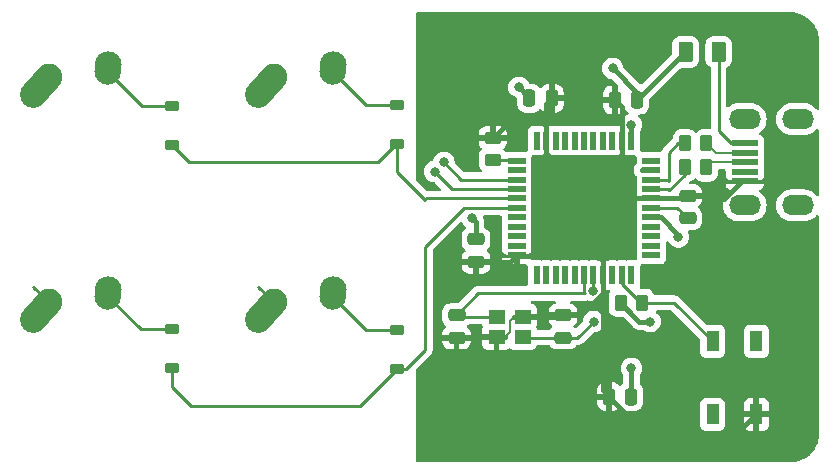
<source format=gbr>
%TF.GenerationSoftware,KiCad,Pcbnew,7.0.8*%
%TF.CreationDate,2023-10-09T20:52:53+02:00*%
%TF.ProjectId,keyboard,6b657962-6f61-4726-942e-6b696361645f,rev?*%
%TF.SameCoordinates,Original*%
%TF.FileFunction,Copper,L2,Bot*%
%TF.FilePolarity,Positive*%
%FSLAX46Y46*%
G04 Gerber Fmt 4.6, Leading zero omitted, Abs format (unit mm)*
G04 Created by KiCad (PCBNEW 7.0.8) date 2023-10-09 20:52:53*
%MOMM*%
%LPD*%
G01*
G04 APERTURE LIST*
G04 Aperture macros list*
%AMRoundRect*
0 Rectangle with rounded corners*
0 $1 Rounding radius*
0 $2 $3 $4 $5 $6 $7 $8 $9 X,Y pos of 4 corners*
0 Add a 4 corners polygon primitive as box body*
4,1,4,$2,$3,$4,$5,$6,$7,$8,$9,$2,$3,0*
0 Add four circle primitives for the rounded corners*
1,1,$1+$1,$2,$3*
1,1,$1+$1,$4,$5*
1,1,$1+$1,$6,$7*
1,1,$1+$1,$8,$9*
0 Add four rect primitives between the rounded corners*
20,1,$1+$1,$2,$3,$4,$5,0*
20,1,$1+$1,$4,$5,$6,$7,0*
20,1,$1+$1,$6,$7,$8,$9,0*
20,1,$1+$1,$8,$9,$2,$3,0*%
%AMHorizOval*
0 Thick line with rounded ends*
0 $1 width*
0 $2 $3 position (X,Y) of the first rounded end (center of the circle)*
0 $4 $5 position (X,Y) of the second rounded end (center of the circle)*
0 Add line between two ends*
20,1,$1,$2,$3,$4,$5,0*
0 Add two circle primitives to create the rounded ends*
1,1,$1,$2,$3*
1,1,$1,$4,$5*%
G04 Aperture macros list end*
%TA.AperFunction,ComponentPad*%
%ADD10HorizOval,2.250000X0.655001X0.730000X-0.655001X-0.730000X0*%
%TD*%
%TA.AperFunction,ComponentPad*%
%ADD11C,2.250000*%
%TD*%
%TA.AperFunction,ComponentPad*%
%ADD12HorizOval,2.250000X0.020000X0.290000X-0.020000X-0.290000X0*%
%TD*%
%TA.AperFunction,SMDPad,CuDef*%
%ADD13R,1.400000X1.200000*%
%TD*%
%TA.AperFunction,SMDPad,CuDef*%
%ADD14RoundRect,0.250000X-0.475000X0.250000X-0.475000X-0.250000X0.475000X-0.250000X0.475000X0.250000X0*%
%TD*%
%TA.AperFunction,SMDPad,CuDef*%
%ADD15RoundRect,0.250000X0.262500X0.450000X-0.262500X0.450000X-0.262500X-0.450000X0.262500X-0.450000X0*%
%TD*%
%TA.AperFunction,SMDPad,CuDef*%
%ADD16RoundRect,0.225000X0.375000X-0.225000X0.375000X0.225000X-0.375000X0.225000X-0.375000X-0.225000X0*%
%TD*%
%TA.AperFunction,SMDPad,CuDef*%
%ADD17R,2.250000X0.500000*%
%TD*%
%TA.AperFunction,ComponentPad*%
%ADD18O,2.700000X1.700000*%
%TD*%
%TA.AperFunction,SMDPad,CuDef*%
%ADD19RoundRect,0.250000X-0.250000X-0.475000X0.250000X-0.475000X0.250000X0.475000X-0.250000X0.475000X0*%
%TD*%
%TA.AperFunction,SMDPad,CuDef*%
%ADD20RoundRect,0.250000X0.250000X0.475000X-0.250000X0.475000X-0.250000X-0.475000X0.250000X-0.475000X0*%
%TD*%
%TA.AperFunction,SMDPad,CuDef*%
%ADD21R,1.100000X1.800000*%
%TD*%
%TA.AperFunction,SMDPad,CuDef*%
%ADD22RoundRect,0.250000X0.375000X0.625000X-0.375000X0.625000X-0.375000X-0.625000X0.375000X-0.625000X0*%
%TD*%
%TA.AperFunction,SMDPad,CuDef*%
%ADD23R,1.500000X0.550000*%
%TD*%
%TA.AperFunction,SMDPad,CuDef*%
%ADD24R,0.550000X1.500000*%
%TD*%
%TA.AperFunction,SMDPad,CuDef*%
%ADD25RoundRect,0.250000X-0.262500X-0.450000X0.262500X-0.450000X0.262500X0.450000X-0.262500X0.450000X0*%
%TD*%
%TA.AperFunction,SMDPad,CuDef*%
%ADD26RoundRect,0.250000X0.450000X-0.262500X0.450000X0.262500X-0.450000X0.262500X-0.450000X-0.262500X0*%
%TD*%
%TA.AperFunction,SMDPad,CuDef*%
%ADD27RoundRect,0.250000X0.475000X-0.250000X0.475000X0.250000X-0.475000X0.250000X-0.475000X-0.250000X0*%
%TD*%
%TA.AperFunction,ViaPad*%
%ADD28C,0.800000*%
%TD*%
%TA.AperFunction,Conductor*%
%ADD29C,0.254000*%
%TD*%
%TA.AperFunction,Conductor*%
%ADD30C,0.381000*%
%TD*%
%TA.AperFunction,Conductor*%
%ADD31C,0.203200*%
%TD*%
%TA.AperFunction,Conductor*%
%ADD32C,0.200000*%
%TD*%
G04 APERTURE END LIST*
D10*
%TO.P,MX1,1,COL*%
%TO.N,Col0*%
X109557501Y-61817500D03*
D11*
X110212500Y-61087500D03*
D12*
%TO.P,MX1,2,ROW*%
%TO.N,Net-(D1-A)*%
X115232500Y-60297500D03*
D11*
X115252500Y-60007500D03*
%TD*%
D10*
%TO.P,MX3,1,COL*%
%TO.N,Col0*%
X109557501Y-80867500D03*
D11*
X110212500Y-80137500D03*
D12*
%TO.P,MX3,2,ROW*%
%TO.N,Net-(D3-A)*%
X115232500Y-79347500D03*
D11*
X115252500Y-79057500D03*
%TD*%
D10*
%TO.P,MX4,1,COL*%
%TO.N,Col1*%
X128607501Y-80867500D03*
D11*
X129262500Y-80137500D03*
D12*
%TO.P,MX4,2,ROW*%
%TO.N,Net-(D4-A)*%
X134282500Y-79347500D03*
D11*
X134302500Y-79057500D03*
%TD*%
D10*
%TO.P,MX2,1,COL*%
%TO.N,Col1*%
X128607501Y-61817500D03*
D11*
X129262500Y-61087500D03*
D12*
%TO.P,MX2,2,ROW*%
%TO.N,Net-(D2-A)*%
X134282500Y-60297500D03*
D11*
X134302500Y-60007500D03*
%TD*%
D13*
%TO.P,Y1,1,1*%
%TO.N,Net-(U1-XTAL1)*%
X148122250Y-81345250D03*
%TO.P,Y1,2,2*%
%TO.N,GND*%
X150322250Y-81345250D03*
%TO.P,Y1,3,3*%
%TO.N,Net-(U1-XTAL2)*%
X150322250Y-83045250D03*
%TO.P,Y1,4,4*%
%TO.N,GND*%
X148122250Y-83045250D03*
%TD*%
D14*
%TO.P,C1,1*%
%TO.N,Net-(U1-XTAL1)*%
X144734250Y-81218250D03*
%TO.P,C1,2*%
%TO.N,GND*%
X144734250Y-83118250D03*
%TD*%
D15*
%TO.P,R3,1*%
%TO.N,D-*%
X165893750Y-66675000D03*
%TO.P,R3,2*%
%TO.N,Net-(U1-D-)*%
X164068750Y-66675000D03*
%TD*%
D16*
%TO.P,D2,1,K*%
%TO.N,Row0*%
X139700000Y-66737500D03*
%TO.P,D2,2,A*%
%TO.N,Net-(D2-A)*%
X139700000Y-63437500D03*
%TD*%
D17*
%TO.P,USB1,1,GND*%
%TO.N,GND*%
X169138000Y-69862500D03*
%TO.P,USB1,2,ID*%
%TO.N,unconnected-(USB1-ID-Pad2)*%
X169138000Y-69062500D03*
%TO.P,USB1,3,D+*%
%TO.N,D+*%
X169138000Y-68262500D03*
%TO.P,USB1,4,D-*%
%TO.N,D-*%
X169138000Y-67462500D03*
%TO.P,USB1,5,VBUS*%
%TO.N,VCC*%
X169138000Y-66662500D03*
D18*
%TO.P,USB1,6,SHIELD*%
%TO.N,unconnected-(USB1-SHIELD-Pad6)*%
X173638000Y-71912500D03*
X173638000Y-64612500D03*
X169138000Y-71912500D03*
X169138000Y-64612500D03*
%TD*%
D16*
%TO.P,D3,1,K*%
%TO.N,Row1*%
X120650000Y-85725000D03*
%TO.P,D3,2,A*%
%TO.N,Net-(D3-A)*%
X120650000Y-82425000D03*
%TD*%
D14*
%TO.P,C2,1*%
%TO.N,GND*%
X153751250Y-81218250D03*
%TO.P,C2,2*%
%TO.N,Net-(U1-XTAL2)*%
X153751250Y-83118250D03*
%TD*%
D15*
%TO.P,R2,1*%
%TO.N,D+*%
X165870250Y-68707000D03*
%TO.P,R2,2*%
%TO.N,Net-(U1-D+)*%
X164045250Y-68707000D03*
%TD*%
D19*
%TO.P,C5,1*%
%TO.N,+5V*%
X150896250Y-62864250D03*
%TO.P,C5,2*%
%TO.N,GND*%
X152796250Y-62864250D03*
%TD*%
D20*
%TO.P,C6,1*%
%TO.N,+5V*%
X159543750Y-88106250D03*
%TO.P,C6,2*%
%TO.N,GND*%
X157643750Y-88106250D03*
%TD*%
D21*
%TO.P,SW1,1,1*%
%TO.N,GND*%
X170125000Y-89618750D03*
%TO.P,SW1,2,2*%
%TO.N,Net-(U1-~{RESET})*%
X166425000Y-83418750D03*
%TO.P,SW1,3*%
%TO.N,N/C*%
X166425000Y-89618750D03*
%TO.P,SW1,4*%
X170125000Y-83418750D03*
%TD*%
D20*
%TO.P,C7,1*%
%TO.N,+5V*%
X160035250Y-62991250D03*
%TO.P,C7,2*%
%TO.N,GND*%
X158135250Y-62991250D03*
%TD*%
D22*
%TO.P,F1,1*%
%TO.N,VCC*%
X166933000Y-58935250D03*
%TO.P,F1,2*%
%TO.N,+5V*%
X164133000Y-58935250D03*
%TD*%
D16*
%TO.P,D1,1,K*%
%TO.N,Row0*%
X120650000Y-66800000D03*
%TO.P,D1,2,A*%
%TO.N,Net-(D1-A)*%
X120650000Y-63500000D03*
%TD*%
D14*
%TO.P,C4,1*%
%TO.N,+5V*%
X146385250Y-74807250D03*
%TO.P,C4,2*%
%TO.N,GND*%
X146385250Y-76707250D03*
%TD*%
D23*
%TO.P,U1,1,PE6*%
%TO.N,unconnected-(U1-PE6-Pad1)*%
X161229250Y-68135250D03*
%TO.P,U1,2,UVCC*%
%TO.N,+5V*%
X161229250Y-68935250D03*
%TO.P,U1,3,D-*%
%TO.N,Net-(U1-D-)*%
X161229250Y-69735250D03*
%TO.P,U1,4,D+*%
%TO.N,Net-(U1-D+)*%
X161229250Y-70535250D03*
%TO.P,U1,5,UGND*%
%TO.N,GND*%
X161229250Y-71335250D03*
%TO.P,U1,6,UCAP*%
%TO.N,Net-(U1-UCAP)*%
X161229250Y-72135250D03*
%TO.P,U1,7,VBUS*%
%TO.N,+5V*%
X161229250Y-72935250D03*
%TO.P,U1,8,PB0*%
%TO.N,unconnected-(U1-PB0-Pad8)*%
X161229250Y-73735250D03*
%TO.P,U1,9,PB1*%
%TO.N,unconnected-(U1-PB1-Pad9)*%
X161229250Y-74535250D03*
%TO.P,U1,10,PB2*%
%TO.N,unconnected-(U1-PB2-Pad10)*%
X161229250Y-75335250D03*
%TO.P,U1,11,PB3*%
%TO.N,unconnected-(U1-PB3-Pad11)*%
X161229250Y-76135250D03*
D24*
%TO.P,U1,12,PB7*%
%TO.N,unconnected-(U1-PB7-Pad12)*%
X159529250Y-77835250D03*
%TO.P,U1,13,~{RESET}*%
%TO.N,Net-(U1-~{RESET})*%
X158729250Y-77835250D03*
%TO.P,U1,14,VCC*%
%TO.N,+5V*%
X157929250Y-77835250D03*
%TO.P,U1,15,GND*%
%TO.N,GND*%
X157129250Y-77835250D03*
%TO.P,U1,16,XTAL2*%
%TO.N,Net-(U1-XTAL2)*%
X156329250Y-77835250D03*
%TO.P,U1,17,XTAL1*%
%TO.N,Net-(U1-XTAL1)*%
X155529250Y-77835250D03*
%TO.P,U1,18,PD0*%
%TO.N,unconnected-(U1-PD0-Pad18)*%
X154729250Y-77835250D03*
%TO.P,U1,19,PD1*%
%TO.N,unconnected-(U1-PD1-Pad19)*%
X153929250Y-77835250D03*
%TO.P,U1,20,PD2*%
%TO.N,unconnected-(U1-PD2-Pad20)*%
X153129250Y-77835250D03*
%TO.P,U1,21,PD3*%
%TO.N,unconnected-(U1-PD3-Pad21)*%
X152329250Y-77835250D03*
%TO.P,U1,22,PD5*%
%TO.N,unconnected-(U1-PD5-Pad22)*%
X151529250Y-77835250D03*
D23*
%TO.P,U1,23,GND*%
%TO.N,GND*%
X149829250Y-76135250D03*
%TO.P,U1,24,AVCC*%
%TO.N,+5V*%
X149829250Y-75335250D03*
%TO.P,U1,25,PD4*%
%TO.N,unconnected-(U1-PD4-Pad25)*%
X149829250Y-74535250D03*
%TO.P,U1,26,PD6*%
%TO.N,unconnected-(U1-PD6-Pad26)*%
X149829250Y-73735250D03*
%TO.P,U1,27,PD7*%
%TO.N,unconnected-(U1-PD7-Pad27)*%
X149829250Y-72935250D03*
%TO.P,U1,28,PB4*%
%TO.N,Row1*%
X149829250Y-72135250D03*
%TO.P,U1,29,PB5*%
%TO.N,Row0*%
X149829250Y-71335250D03*
%TO.P,U1,30,PB6*%
%TO.N,Col1*%
X149829250Y-70535250D03*
%TO.P,U1,31,PC6*%
%TO.N,Col0*%
X149829250Y-69735250D03*
%TO.P,U1,32,PC7*%
%TO.N,unconnected-(U1-PC7-Pad32)*%
X149829250Y-68935250D03*
%TO.P,U1,33,~{HWB}/PE2*%
%TO.N,Net-(U1-~{HWB}{slash}PE2)*%
X149829250Y-68135250D03*
D24*
%TO.P,U1,34,VCC*%
%TO.N,+5V*%
X151529250Y-66435250D03*
%TO.P,U1,35,GND*%
%TO.N,GND*%
X152329250Y-66435250D03*
%TO.P,U1,36,PF7*%
%TO.N,unconnected-(U1-PF7-Pad36)*%
X153129250Y-66435250D03*
%TO.P,U1,37,PF6*%
%TO.N,unconnected-(U1-PF6-Pad37)*%
X153929250Y-66435250D03*
%TO.P,U1,38,PF5*%
%TO.N,unconnected-(U1-PF5-Pad38)*%
X154729250Y-66435250D03*
%TO.P,U1,39,PF4*%
%TO.N,unconnected-(U1-PF4-Pad39)*%
X155529250Y-66435250D03*
%TO.P,U1,40,PF1*%
%TO.N,unconnected-(U1-PF1-Pad40)*%
X156329250Y-66435250D03*
%TO.P,U1,41,PF0*%
%TO.N,unconnected-(U1-PF0-Pad41)*%
X157129250Y-66435250D03*
%TO.P,U1,42,AREF*%
%TO.N,unconnected-(U1-AREF-Pad42)*%
X157929250Y-66435250D03*
%TO.P,U1,43,GND*%
%TO.N,GND*%
X158729250Y-66435250D03*
%TO.P,U1,44,AVCC*%
%TO.N,+5V*%
X159529250Y-66435250D03*
%TD*%
D25*
%TO.P,R1,1*%
%TO.N,+5V*%
X158631250Y-80168750D03*
%TO.P,R1,2*%
%TO.N,Net-(U1-~{RESET})*%
X160456250Y-80168750D03*
%TD*%
D16*
%TO.P,D4,1,K*%
%TO.N,Row1*%
X139700000Y-85787500D03*
%TO.P,D4,2,A*%
%TO.N,Net-(D4-A)*%
X139700000Y-82487500D03*
%TD*%
D26*
%TO.P,R4,1*%
%TO.N,Net-(U1-~{HWB}{slash}PE2)*%
X147796250Y-68040250D03*
%TO.P,R4,2*%
%TO.N,GND*%
X147796250Y-66215250D03*
%TD*%
D27*
%TO.P,C3,1*%
%TO.N,Net-(U1-UCAP)*%
X164306250Y-73025000D03*
%TO.P,C3,2*%
%TO.N,GND*%
X164306250Y-71125000D03*
%TD*%
D28*
%TO.N,Net-(U1-XTAL2)*%
X156258569Y-79128960D03*
X156339250Y-81756250D03*
%TO.N,+5V*%
X159543750Y-65087500D03*
X157956250Y-60325000D03*
X163512500Y-74612500D03*
X159543750Y-85725000D03*
X146050000Y-73025000D03*
X150018750Y-61912500D03*
X161131250Y-81756250D03*
%TO.N,Col0*%
X143668750Y-68262500D03*
%TO.N,Col1*%
X142875000Y-69056250D03*
%TD*%
D29*
%TO.N,Net-(U1-XTAL1)*%
X155529250Y-79329250D02*
X155529250Y-77835250D01*
X148122250Y-81345250D02*
X144861250Y-81345250D01*
X144861250Y-81345250D02*
X144734250Y-81218250D01*
X144734250Y-81218250D02*
X146577500Y-79375000D01*
X146577500Y-79375000D02*
X155575000Y-79375000D01*
X155575000Y-79375000D02*
X155529250Y-79329250D01*
D30*
%TO.N,GND*%
X152329250Y-64293750D02*
X149717750Y-64293750D01*
X157129250Y-87591750D02*
X157129250Y-79375000D01*
X153624250Y-81345250D02*
X153751250Y-81218250D01*
X170125000Y-89618750D02*
X167668750Y-92075000D01*
X157129250Y-72264500D02*
X158058500Y-71335250D01*
X149257250Y-76707250D02*
X149829250Y-76135250D01*
X158729250Y-66435250D02*
X158729250Y-71314500D01*
X157129250Y-76200000D02*
X157129250Y-72264500D01*
X152329250Y-64293750D02*
X152329250Y-66435250D01*
X158750000Y-71335250D02*
X161229250Y-71335250D01*
X168937633Y-69862500D02*
X167421941Y-71378192D01*
X152329250Y-67464500D02*
X157129250Y-72264500D01*
X155286000Y-81218250D02*
X157129250Y-79375000D01*
D31*
X149225000Y-81742500D02*
X149225000Y-82642500D01*
D30*
X149717750Y-64293750D02*
X147796250Y-66215250D01*
X149894000Y-76200000D02*
X157129250Y-76200000D01*
D31*
X149225000Y-82642500D02*
X148822250Y-83045250D01*
D30*
X157129250Y-79375000D02*
X157129250Y-77835250D01*
X152329250Y-63331250D02*
X152329250Y-64293750D01*
X158135250Y-62991250D02*
X158729250Y-63585250D01*
X146385250Y-76707250D02*
X149257250Y-76707250D01*
X148822250Y-83045250D02*
X148122250Y-83045250D01*
X167421941Y-71378192D02*
X167168749Y-71125000D01*
X149829250Y-76135250D02*
X149894000Y-76200000D01*
D31*
X149622250Y-81345250D02*
X149225000Y-81742500D01*
D30*
X169138000Y-69862500D02*
X168937633Y-69862500D01*
X158729250Y-71314500D02*
X158750000Y-71335250D01*
X157643750Y-88106250D02*
X157129250Y-87591750D01*
X157129250Y-77835250D02*
X157129250Y-76200000D01*
X167668750Y-92075000D02*
X161612500Y-92075000D01*
X158058500Y-71335250D02*
X158750000Y-71335250D01*
X152329250Y-66435250D02*
X152329250Y-67464500D01*
X150322250Y-81345250D02*
X153624250Y-81345250D01*
X152796250Y-62864250D02*
X152329250Y-63331250D01*
X144807250Y-83045250D02*
X144734250Y-83118250D01*
X167168749Y-71125000D02*
X164306250Y-71125000D01*
X164096000Y-71335250D02*
X161229250Y-71335250D01*
X148122250Y-83045250D02*
X144807250Y-83045250D01*
X158729250Y-63585250D02*
X158729250Y-66435250D01*
X164306250Y-71125000D02*
X164096000Y-71335250D01*
X161612500Y-92075000D02*
X157643750Y-88106250D01*
X153751250Y-81218250D02*
X155286000Y-81218250D01*
X150322250Y-81345250D02*
X149622250Y-81345250D01*
D29*
%TO.N,Net-(U1-XTAL2)*%
X156258569Y-79128960D02*
X156258569Y-77905931D01*
X156258569Y-77905931D02*
X156329250Y-77835250D01*
X154977250Y-83118250D02*
X156339250Y-81756250D01*
X153751250Y-83118250D02*
X150395250Y-83118250D01*
X150395250Y-83118250D02*
X150322250Y-83045250D01*
X153751250Y-83118250D02*
X154977250Y-83118250D01*
%TO.N,Net-(U1-UCAP)*%
X164306250Y-73025000D02*
X163416500Y-72135250D01*
X163416500Y-72135250D02*
X161229250Y-72135250D01*
D30*
%TO.N,+5V*%
X159543750Y-85725000D02*
X159543750Y-88106250D01*
X159543750Y-81081250D02*
X158631250Y-80168750D01*
X160035250Y-62991250D02*
X160035250Y-62404000D01*
X158631250Y-80168750D02*
X160218750Y-81756250D01*
X160452000Y-68935250D02*
X161229250Y-68935250D01*
X150896250Y-62790000D02*
X150018750Y-61912500D01*
X163512500Y-74441250D02*
X162006500Y-72935250D01*
X160035250Y-62404000D02*
X157956250Y-60325000D01*
X150896250Y-62864250D02*
X150896250Y-62790000D01*
X164133000Y-58935250D02*
X164091250Y-58935250D01*
X162006500Y-72935250D02*
X161229250Y-72935250D01*
X163512500Y-74612500D02*
X163512500Y-74441250D01*
X160218750Y-81756250D02*
X161131250Y-81756250D01*
X159543750Y-66420750D02*
X159529250Y-66435250D01*
X146385250Y-74807250D02*
X146385250Y-73360250D01*
X146385250Y-73360250D02*
X146050000Y-73025000D01*
X164091250Y-58935250D02*
X160035250Y-62991250D01*
X159543750Y-65087500D02*
X159543750Y-66420750D01*
D29*
%TO.N,Row0*%
X122112500Y-68262500D02*
X138112500Y-68262500D01*
X139700000Y-66737500D02*
X139700000Y-69056250D01*
X142081250Y-71437500D02*
X142183500Y-71335250D01*
X142183500Y-71335250D02*
X149829250Y-71335250D01*
X120650000Y-66800000D02*
X122112500Y-68262500D01*
X139637500Y-66737500D02*
X139700000Y-66737500D01*
X138112500Y-68262500D02*
X139637500Y-66737500D01*
X139700000Y-69056250D02*
X142081250Y-71437500D01*
%TO.N,Net-(D1-A)*%
X120650000Y-63500000D02*
X118125000Y-63500000D01*
X118125000Y-63500000D02*
X115212500Y-60587500D01*
%TO.N,Net-(D2-A)*%
X137112500Y-63437500D02*
X134262500Y-60587500D01*
X139700000Y-63437500D02*
X137112500Y-63437500D01*
%TO.N,Row1*%
X120650000Y-85725000D02*
X120650000Y-87312500D01*
X139700000Y-85787500D02*
X140431250Y-85787500D01*
X142081250Y-75406250D02*
X145352250Y-72135250D01*
X120650000Y-87312500D02*
X122237500Y-88900000D01*
X145352250Y-72135250D02*
X149829250Y-72135250D01*
X140431250Y-85787500D02*
X142081250Y-84137500D01*
X142081250Y-84137500D02*
X142081250Y-75406250D01*
X122237500Y-88900000D02*
X136587500Y-88900000D01*
X136587500Y-88900000D02*
X139700000Y-85787500D01*
%TO.N,Net-(D3-A)*%
X118000000Y-82425000D02*
X115212500Y-79637500D01*
X120650000Y-82425000D02*
X118000000Y-82425000D01*
%TO.N,Net-(D4-A)*%
X139700000Y-82487500D02*
X137112500Y-82487500D01*
X137112500Y-82487500D02*
X134262500Y-79637500D01*
%TO.N,VCC*%
X168013000Y-66662500D02*
X166933000Y-65582500D01*
X169138000Y-66662500D02*
X168013000Y-66662500D01*
X166933000Y-65582500D02*
X166933000Y-58935250D01*
%TO.N,Col0*%
X145141500Y-69735250D02*
X149829250Y-69735250D01*
X108902500Y-78827500D02*
X110212500Y-80137500D01*
X143668750Y-68262500D02*
X145141500Y-69735250D01*
%TO.N,Col1*%
X142875000Y-69056250D02*
X144354000Y-70535250D01*
X144354000Y-70535250D02*
X149829250Y-70535250D01*
X129262500Y-80137500D02*
X127952500Y-78827500D01*
%TO.N,Net-(U1-~{RESET})*%
X166425000Y-83418750D02*
X163175000Y-80168750D01*
X160312750Y-80168750D02*
X158729250Y-78585250D01*
X163175000Y-80168750D02*
X160456250Y-80168750D01*
X158729250Y-78585250D02*
X158729250Y-77835250D01*
X160456250Y-80168750D02*
X160312750Y-80168750D01*
D32*
%TO.N,D+*%
X166314750Y-68262500D02*
X165870250Y-68707000D01*
X169138000Y-68262500D02*
X166314750Y-68262500D01*
D29*
%TO.N,Net-(U1-D+)*%
X164045250Y-69317250D02*
X162718750Y-70643750D01*
X162718750Y-70643750D02*
X162610250Y-70535250D01*
X164045250Y-68707000D02*
X164045250Y-69317250D01*
X162610250Y-70535250D02*
X161229250Y-70535250D01*
D32*
%TO.N,D-*%
X169138000Y-67462500D02*
X166681250Y-67462500D01*
X166681250Y-67462500D02*
X165893750Y-66675000D01*
D29*
%TO.N,Net-(U1-D-)*%
X162718750Y-67468750D02*
X162718750Y-69850000D01*
X162604000Y-69735250D02*
X161229250Y-69735250D01*
X163512500Y-66675000D02*
X162718750Y-67468750D01*
X164068750Y-66675000D02*
X163512500Y-66675000D01*
X162718750Y-69850000D02*
X162604000Y-69735250D01*
%TO.N,Net-(U1-~{HWB}{slash}PE2)*%
X147796250Y-68040250D02*
X149734250Y-68040250D01*
X149734250Y-68040250D02*
X149829250Y-68135250D01*
%TD*%
%TA.AperFunction,Conductor*%
%TO.N,GND*%
G36*
X173039367Y-55563113D02*
G01*
X173045285Y-55563470D01*
X173136414Y-55568983D01*
X173328988Y-55581605D01*
X173336067Y-55582483D01*
X173466885Y-55606456D01*
X173623554Y-55637620D01*
X173629873Y-55639228D01*
X173763315Y-55680809D01*
X173908760Y-55730182D01*
X173914251Y-55732344D01*
X173992526Y-55767572D01*
X174044276Y-55790863D01*
X174180079Y-55857833D01*
X174184701Y-55860364D01*
X174306840Y-55934198D01*
X174309167Y-55935677D01*
X174433222Y-56018568D01*
X174437014Y-56021315D01*
X174549760Y-56109644D01*
X174552404Y-56111836D01*
X174664250Y-56209923D01*
X174667211Y-56212696D01*
X174768533Y-56314015D01*
X174771308Y-56316977D01*
X174869508Y-56428953D01*
X174871700Y-56431596D01*
X174959852Y-56544113D01*
X174962599Y-56547906D01*
X175045752Y-56672351D01*
X175047244Y-56674697D01*
X175098018Y-56758685D01*
X175120777Y-56796332D01*
X175123326Y-56800988D01*
X175190693Y-56937594D01*
X175248810Y-57066720D01*
X175250983Y-57072240D01*
X175300861Y-57219177D01*
X175341950Y-57351029D01*
X175343568Y-57357384D01*
X175375320Y-57517015D01*
X175398738Y-57644795D01*
X175399622Y-57651922D01*
X175412890Y-57854344D01*
X175418137Y-57941063D01*
X175418250Y-57944808D01*
X175418250Y-63693082D01*
X175398565Y-63760121D01*
X175345761Y-63805876D01*
X175276603Y-63815820D01*
X175213047Y-63786795D01*
X175192676Y-63764207D01*
X175176493Y-63741096D01*
X175009402Y-63574005D01*
X174815830Y-63438465D01*
X174815828Y-63438464D01*
X174708746Y-63388531D01*
X174601663Y-63338597D01*
X174601659Y-63338596D01*
X174601655Y-63338594D01*
X174373413Y-63277438D01*
X174373403Y-63277436D01*
X174196966Y-63262000D01*
X173079034Y-63262000D01*
X172902596Y-63277436D01*
X172902586Y-63277438D01*
X172674344Y-63338594D01*
X172674335Y-63338598D01*
X172460171Y-63438464D01*
X172460169Y-63438465D01*
X172266597Y-63574005D01*
X172099506Y-63741097D01*
X172099501Y-63741104D01*
X171963967Y-63934665D01*
X171963965Y-63934669D01*
X171864098Y-64148835D01*
X171864094Y-64148844D01*
X171802938Y-64377086D01*
X171802936Y-64377096D01*
X171782341Y-64612499D01*
X171782341Y-64612500D01*
X171802936Y-64847903D01*
X171802938Y-64847913D01*
X171864094Y-65076155D01*
X171864096Y-65076159D01*
X171864097Y-65076163D01*
X171911963Y-65178811D01*
X171963964Y-65290328D01*
X171963965Y-65290330D01*
X172099505Y-65483902D01*
X172266597Y-65650994D01*
X172460169Y-65786534D01*
X172460171Y-65786535D01*
X172674337Y-65886403D01*
X172902592Y-65947563D01*
X173079034Y-65963000D01*
X174196966Y-65963000D01*
X174373408Y-65947563D01*
X174601663Y-65886403D01*
X174815829Y-65786535D01*
X175009401Y-65650995D01*
X175176495Y-65483901D01*
X175192675Y-65460794D01*
X175247252Y-65417169D01*
X175316750Y-65409975D01*
X175379105Y-65441498D01*
X175414519Y-65501727D01*
X175418250Y-65531917D01*
X175418250Y-70993082D01*
X175398565Y-71060121D01*
X175345761Y-71105876D01*
X175276603Y-71115820D01*
X175213047Y-71086795D01*
X175192676Y-71064207D01*
X175176493Y-71041096D01*
X175009402Y-70874005D01*
X174815830Y-70738465D01*
X174815828Y-70738464D01*
X174672075Y-70671431D01*
X174601663Y-70638597D01*
X174601659Y-70638596D01*
X174601655Y-70638594D01*
X174373413Y-70577438D01*
X174373403Y-70577436D01*
X174196966Y-70562000D01*
X173079034Y-70562000D01*
X172902596Y-70577436D01*
X172902586Y-70577438D01*
X172674344Y-70638594D01*
X172674335Y-70638598D01*
X172460171Y-70738464D01*
X172460169Y-70738465D01*
X172266597Y-70874005D01*
X172099506Y-71041097D01*
X172099501Y-71041104D01*
X171963967Y-71234665D01*
X171963965Y-71234669D01*
X171864098Y-71448835D01*
X171864094Y-71448844D01*
X171802938Y-71677086D01*
X171802936Y-71677096D01*
X171782341Y-71912499D01*
X171782341Y-71912500D01*
X171802936Y-72147903D01*
X171802938Y-72147913D01*
X171864094Y-72376155D01*
X171864096Y-72376159D01*
X171864097Y-72376163D01*
X171902316Y-72458123D01*
X171963964Y-72590328D01*
X171963965Y-72590330D01*
X172099505Y-72783902D01*
X172266597Y-72950994D01*
X172460169Y-73086534D01*
X172460171Y-73086535D01*
X172674337Y-73186403D01*
X172674343Y-73186404D01*
X172674344Y-73186405D01*
X172729285Y-73201126D01*
X172902592Y-73247563D01*
X173079034Y-73263000D01*
X174196966Y-73263000D01*
X174373408Y-73247563D01*
X174601663Y-73186403D01*
X174815829Y-73086535D01*
X175009401Y-72950995D01*
X175176495Y-72783901D01*
X175192675Y-72760794D01*
X175247252Y-72717169D01*
X175316750Y-72709975D01*
X175379105Y-72741498D01*
X175414519Y-72801727D01*
X175418250Y-72831917D01*
X175418250Y-91279368D01*
X175418137Y-91283113D01*
X175412240Y-91380565D01*
X175399649Y-91572656D01*
X175398765Y-91579784D01*
X175374675Y-91711225D01*
X175343659Y-91867155D01*
X175342041Y-91873510D01*
X175300226Y-92007694D01*
X175251151Y-92152263D01*
X175248977Y-92157782D01*
X175190059Y-92288690D01*
X175123587Y-92423481D01*
X175121038Y-92428136D01*
X175046633Y-92551212D01*
X175045126Y-92553582D01*
X174962974Y-92676532D01*
X174960227Y-92680324D01*
X174871093Y-92794094D01*
X174868902Y-92796738D01*
X174771812Y-92907446D01*
X174769037Y-92910408D01*
X174666641Y-93012803D01*
X174663679Y-93015576D01*
X174553076Y-93112573D01*
X174550432Y-93114765D01*
X174436470Y-93204047D01*
X174432678Y-93206794D01*
X174310109Y-93288692D01*
X174307738Y-93290199D01*
X174184197Y-93364882D01*
X174179542Y-93367430D01*
X174045545Y-93433511D01*
X173913762Y-93492819D01*
X173908244Y-93494992D01*
X173765162Y-93543562D01*
X173629434Y-93585856D01*
X173623081Y-93587473D01*
X173470085Y-93617906D01*
X173335649Y-93642541D01*
X173328523Y-93643425D01*
X173146294Y-93655369D01*
X173097711Y-93658307D01*
X173038537Y-93661887D01*
X173034801Y-93662000D01*
X141411500Y-93662000D01*
X141344461Y-93642315D01*
X141298706Y-93589511D01*
X141287500Y-93538000D01*
X141287500Y-90566620D01*
X165374500Y-90566620D01*
X165374501Y-90566626D01*
X165380908Y-90626233D01*
X165431202Y-90761078D01*
X165431206Y-90761085D01*
X165517452Y-90876294D01*
X165517455Y-90876297D01*
X165632664Y-90962543D01*
X165632671Y-90962547D01*
X165767517Y-91012841D01*
X165767516Y-91012841D01*
X165774444Y-91013585D01*
X165827127Y-91019250D01*
X167022872Y-91019249D01*
X167082483Y-91012841D01*
X167217331Y-90962546D01*
X167332546Y-90876296D01*
X167418796Y-90761081D01*
X167469091Y-90626233D01*
X167475500Y-90566623D01*
X167475499Y-89868750D01*
X169075000Y-89868750D01*
X169075000Y-90566594D01*
X169081401Y-90626122D01*
X169081403Y-90626129D01*
X169131645Y-90760836D01*
X169131649Y-90760843D01*
X169217809Y-90875937D01*
X169217812Y-90875940D01*
X169332906Y-90962100D01*
X169332913Y-90962104D01*
X169467620Y-91012346D01*
X169467627Y-91012348D01*
X169527155Y-91018749D01*
X169527172Y-91018750D01*
X169875000Y-91018750D01*
X169875000Y-89868750D01*
X170375000Y-89868750D01*
X170375000Y-91018750D01*
X170722828Y-91018750D01*
X170722844Y-91018749D01*
X170782372Y-91012348D01*
X170782379Y-91012346D01*
X170917086Y-90962104D01*
X170917093Y-90962100D01*
X171032187Y-90875940D01*
X171032190Y-90875937D01*
X171118350Y-90760843D01*
X171118354Y-90760836D01*
X171168596Y-90626129D01*
X171168598Y-90626122D01*
X171174999Y-90566594D01*
X171175000Y-90566577D01*
X171175000Y-89868750D01*
X170375000Y-89868750D01*
X169875000Y-89868750D01*
X169075000Y-89868750D01*
X167475499Y-89868750D01*
X167475499Y-89368750D01*
X169075000Y-89368750D01*
X169875000Y-89368750D01*
X169875000Y-88218750D01*
X170375000Y-88218750D01*
X170375000Y-89368750D01*
X171175000Y-89368750D01*
X171175000Y-88670922D01*
X171174999Y-88670905D01*
X171168598Y-88611377D01*
X171168596Y-88611370D01*
X171118354Y-88476663D01*
X171118350Y-88476656D01*
X171032190Y-88361562D01*
X171032187Y-88361559D01*
X170917093Y-88275399D01*
X170917086Y-88275395D01*
X170782379Y-88225153D01*
X170782372Y-88225151D01*
X170722844Y-88218750D01*
X170375000Y-88218750D01*
X169875000Y-88218750D01*
X169527155Y-88218750D01*
X169467627Y-88225151D01*
X169467620Y-88225153D01*
X169332913Y-88275395D01*
X169332906Y-88275399D01*
X169217812Y-88361559D01*
X169217809Y-88361562D01*
X169131649Y-88476656D01*
X169131645Y-88476663D01*
X169081403Y-88611370D01*
X169081401Y-88611377D01*
X169075000Y-88670905D01*
X169075000Y-89368750D01*
X167475499Y-89368750D01*
X167475499Y-88670878D01*
X167469091Y-88611267D01*
X167418884Y-88476656D01*
X167418797Y-88476421D01*
X167418793Y-88476414D01*
X167332547Y-88361205D01*
X167332544Y-88361202D01*
X167217335Y-88274956D01*
X167217328Y-88274952D01*
X167082482Y-88224658D01*
X167082483Y-88224658D01*
X167022883Y-88218251D01*
X167022881Y-88218250D01*
X167022873Y-88218250D01*
X167022864Y-88218250D01*
X165827129Y-88218250D01*
X165827123Y-88218251D01*
X165767516Y-88224658D01*
X165632671Y-88274952D01*
X165632664Y-88274956D01*
X165517455Y-88361202D01*
X165517452Y-88361205D01*
X165431206Y-88476414D01*
X165431202Y-88476421D01*
X165380908Y-88611267D01*
X165374501Y-88670866D01*
X165374501Y-88670873D01*
X165374500Y-88670885D01*
X165374500Y-90566620D01*
X141287500Y-90566620D01*
X141287500Y-88356250D01*
X156643751Y-88356250D01*
X156643751Y-88631236D01*
X156654244Y-88733947D01*
X156709391Y-88900369D01*
X156709393Y-88900374D01*
X156801434Y-89049595D01*
X156925404Y-89173565D01*
X157074625Y-89265606D01*
X157074630Y-89265608D01*
X157241052Y-89320755D01*
X157241059Y-89320756D01*
X157343769Y-89331249D01*
X157893750Y-89331249D01*
X157943722Y-89331249D01*
X157943736Y-89331248D01*
X158046447Y-89320755D01*
X158212869Y-89265608D01*
X158212874Y-89265606D01*
X158362095Y-89173565D01*
X158486068Y-89049592D01*
X158487915Y-89046598D01*
X158489719Y-89044974D01*
X158490548Y-89043927D01*
X158490726Y-89044068D01*
X158539860Y-88999871D01*
X158608823Y-88988646D01*
X158672906Y-89016486D01*
X158698993Y-89046591D01*
X158701038Y-89049906D01*
X158825094Y-89173962D01*
X158974416Y-89266064D01*
X159140953Y-89321249D01*
X159243741Y-89331750D01*
X159843758Y-89331749D01*
X159843766Y-89331748D01*
X159843769Y-89331748D01*
X159900052Y-89325998D01*
X159946547Y-89321249D01*
X160113084Y-89266064D01*
X160262406Y-89173962D01*
X160386462Y-89049906D01*
X160478564Y-88900584D01*
X160533749Y-88734047D01*
X160544250Y-88631259D01*
X160544249Y-87581242D01*
X160533749Y-87478453D01*
X160478564Y-87311916D01*
X160386462Y-87162594D01*
X160271068Y-87047200D01*
X160237584Y-86985877D01*
X160234750Y-86959519D01*
X160234750Y-86350942D01*
X160254435Y-86283903D01*
X160266603Y-86267967D01*
X160276280Y-86257219D01*
X160276283Y-86257216D01*
X160370929Y-86093284D01*
X160429424Y-85913256D01*
X160449210Y-85725000D01*
X160429424Y-85536744D01*
X160370929Y-85356716D01*
X160276283Y-85192784D01*
X160149621Y-85052112D01*
X160149620Y-85052111D01*
X159996484Y-84940851D01*
X159996479Y-84940848D01*
X159823557Y-84863857D01*
X159823552Y-84863855D01*
X159677751Y-84832865D01*
X159638396Y-84824500D01*
X159449104Y-84824500D01*
X159416647Y-84831398D01*
X159263947Y-84863855D01*
X159263942Y-84863857D01*
X159091020Y-84940848D01*
X159091015Y-84940851D01*
X158937879Y-85052111D01*
X158811216Y-85192785D01*
X158716571Y-85356715D01*
X158716568Y-85356722D01*
X158681212Y-85465538D01*
X158658076Y-85536744D01*
X158638290Y-85725000D01*
X158658076Y-85913256D01*
X158658077Y-85913259D01*
X158716568Y-86093277D01*
X158716571Y-86093284D01*
X158811216Y-86257215D01*
X158811219Y-86257219D01*
X158820897Y-86267967D01*
X158851129Y-86330957D01*
X158852750Y-86350942D01*
X158852750Y-86959519D01*
X158833065Y-87026558D01*
X158816432Y-87047200D01*
X158701033Y-87162599D01*
X158698991Y-87165911D01*
X158696997Y-87167703D01*
X158696557Y-87168261D01*
X158696461Y-87168185D01*
X158647041Y-87212633D01*
X158578078Y-87223852D01*
X158513997Y-87196005D01*
X158487918Y-87165906D01*
X158486069Y-87162909D01*
X158486066Y-87162905D01*
X158362095Y-87038934D01*
X158212874Y-86946893D01*
X158212869Y-86946891D01*
X158046447Y-86891744D01*
X158046440Y-86891743D01*
X157943736Y-86881250D01*
X157893750Y-86881250D01*
X157893750Y-89331249D01*
X157343769Y-89331249D01*
X157393749Y-89331248D01*
X157393750Y-89331248D01*
X157393750Y-88356250D01*
X156643751Y-88356250D01*
X141287500Y-88356250D01*
X141287500Y-87856250D01*
X156643750Y-87856250D01*
X157393750Y-87856250D01*
X157393750Y-86881250D01*
X157393749Y-86881249D01*
X157343779Y-86881250D01*
X157343761Y-86881251D01*
X157241052Y-86891744D01*
X157074630Y-86946891D01*
X157074625Y-86946893D01*
X156925404Y-87038934D01*
X156801434Y-87162904D01*
X156709393Y-87312125D01*
X156709391Y-87312130D01*
X156654244Y-87478552D01*
X156654243Y-87478559D01*
X156643750Y-87581263D01*
X156643750Y-87856250D01*
X141287500Y-87856250D01*
X141287500Y-85870030D01*
X141307185Y-85802991D01*
X141323816Y-85782352D01*
X142466293Y-84639874D01*
X142478575Y-84630037D01*
X142478394Y-84629818D01*
X142484402Y-84624846D01*
X142484412Y-84624840D01*
X142531927Y-84574241D01*
X142552873Y-84553296D01*
X142557142Y-84547790D01*
X142560926Y-84543359D01*
X142592943Y-84509267D01*
X142602639Y-84491628D01*
X142613323Y-84475361D01*
X142625658Y-84459462D01*
X142644228Y-84416546D01*
X142646784Y-84411327D01*
X142669322Y-84370334D01*
X142674328Y-84350834D01*
X142680632Y-84332424D01*
X142688620Y-84313965D01*
X142688623Y-84313959D01*
X142695937Y-84267780D01*
X142697118Y-84262070D01*
X142708750Y-84216772D01*
X142708750Y-84196635D01*
X142710277Y-84177235D01*
X142713424Y-84157367D01*
X142709025Y-84110829D01*
X142708750Y-84104991D01*
X142708750Y-83368250D01*
X143509251Y-83368250D01*
X143509251Y-83418236D01*
X143519744Y-83520947D01*
X143574891Y-83687369D01*
X143574893Y-83687374D01*
X143666934Y-83836595D01*
X143790904Y-83960565D01*
X143940125Y-84052606D01*
X143940130Y-84052608D01*
X144106552Y-84107755D01*
X144106559Y-84107756D01*
X144209269Y-84118249D01*
X144484249Y-84118249D01*
X144484250Y-84118248D01*
X144484250Y-83368250D01*
X144984250Y-83368250D01*
X144984250Y-84118249D01*
X145259222Y-84118249D01*
X145259236Y-84118248D01*
X145361947Y-84107755D01*
X145528369Y-84052608D01*
X145528374Y-84052606D01*
X145677595Y-83960565D01*
X145801565Y-83836595D01*
X145893606Y-83687374D01*
X145893608Y-83687369D01*
X145948755Y-83520947D01*
X145948756Y-83520940D01*
X145959249Y-83418236D01*
X145959250Y-83418223D01*
X145959250Y-83368250D01*
X144984250Y-83368250D01*
X144484250Y-83368250D01*
X143509251Y-83368250D01*
X142708750Y-83368250D01*
X142708750Y-83295250D01*
X146922250Y-83295250D01*
X146922250Y-83693094D01*
X146928651Y-83752622D01*
X146928653Y-83752629D01*
X146978895Y-83887336D01*
X146978899Y-83887343D01*
X147065059Y-84002437D01*
X147065062Y-84002440D01*
X147180156Y-84088600D01*
X147180163Y-84088604D01*
X147314870Y-84138846D01*
X147314877Y-84138848D01*
X147374405Y-84145249D01*
X147374422Y-84145250D01*
X147872250Y-84145250D01*
X147872250Y-83295250D01*
X146922250Y-83295250D01*
X142708750Y-83295250D01*
X142708750Y-76957250D01*
X145160251Y-76957250D01*
X145160251Y-77007236D01*
X145170744Y-77109947D01*
X145225891Y-77276369D01*
X145225893Y-77276374D01*
X145317934Y-77425595D01*
X145441904Y-77549565D01*
X145591125Y-77641606D01*
X145591130Y-77641608D01*
X145757552Y-77696755D01*
X145757559Y-77696756D01*
X145860269Y-77707249D01*
X146135249Y-77707249D01*
X146135250Y-77707248D01*
X146135250Y-76957250D01*
X146635250Y-76957250D01*
X146635250Y-77707249D01*
X146910222Y-77707249D01*
X146910236Y-77707248D01*
X147012947Y-77696755D01*
X147179369Y-77641608D01*
X147179374Y-77641606D01*
X147328595Y-77549565D01*
X147452565Y-77425595D01*
X147544606Y-77276374D01*
X147544608Y-77276369D01*
X147599755Y-77109947D01*
X147599756Y-77109940D01*
X147610249Y-77007236D01*
X147610250Y-77007223D01*
X147610250Y-76957250D01*
X146635250Y-76957250D01*
X146135250Y-76957250D01*
X145160251Y-76957250D01*
X142708750Y-76957250D01*
X142708750Y-75717530D01*
X142728435Y-75650491D01*
X142745064Y-75629854D01*
X145020944Y-73353973D01*
X145082265Y-73320490D01*
X145151957Y-73325474D01*
X145207890Y-73367346D01*
X145221902Y-73391219D01*
X145222821Y-73393285D01*
X145242747Y-73427797D01*
X145317467Y-73557216D01*
X145444129Y-73697888D01*
X145491796Y-73732520D01*
X145534462Y-73787849D01*
X145540441Y-73857463D01*
X145507836Y-73919258D01*
X145484008Y-73938376D01*
X145441597Y-73964535D01*
X145441593Y-73964538D01*
X145317539Y-74088592D01*
X145225437Y-74237913D01*
X145225435Y-74237918D01*
X145223346Y-74244222D01*
X145170251Y-74404453D01*
X145170251Y-74404454D01*
X145170250Y-74404454D01*
X145159750Y-74507233D01*
X145159750Y-75107251D01*
X145159751Y-75107269D01*
X145170250Y-75210046D01*
X145170251Y-75210049D01*
X145225435Y-75376581D01*
X145225437Y-75376586D01*
X145237813Y-75396651D01*
X145317538Y-75525906D01*
X145441594Y-75649962D01*
X145442452Y-75650491D01*
X145444903Y-75652003D01*
X145446695Y-75653996D01*
X145447261Y-75654443D01*
X145447184Y-75654539D01*
X145491629Y-75703949D01*
X145502853Y-75772911D01*
X145475011Y-75836994D01*
X145444915Y-75863076D01*
X145441910Y-75864929D01*
X145441905Y-75864933D01*
X145317934Y-75988904D01*
X145225893Y-76138125D01*
X145225891Y-76138130D01*
X145170744Y-76304552D01*
X145170743Y-76304559D01*
X145160250Y-76407263D01*
X145160250Y-76457250D01*
X147610249Y-76457250D01*
X147610249Y-76407278D01*
X147610248Y-76407263D01*
X147607999Y-76385250D01*
X148579250Y-76385250D01*
X148579250Y-76458094D01*
X148585651Y-76517622D01*
X148585653Y-76517629D01*
X148635895Y-76652336D01*
X148635899Y-76652343D01*
X148722059Y-76767437D01*
X148722062Y-76767440D01*
X148837156Y-76853600D01*
X148837163Y-76853604D01*
X148971870Y-76903846D01*
X148971877Y-76903848D01*
X149031405Y-76910249D01*
X149031422Y-76910250D01*
X149579250Y-76910250D01*
X149579250Y-76385250D01*
X148579250Y-76385250D01*
X147607999Y-76385250D01*
X147599755Y-76304552D01*
X147544608Y-76138130D01*
X147544606Y-76138125D01*
X147452565Y-75988904D01*
X147328594Y-75864933D01*
X147328591Y-75864931D01*
X147325589Y-75863079D01*
X147323963Y-75861271D01*
X147322927Y-75860452D01*
X147323067Y-75860274D01*
X147278867Y-75811130D01*
X147267647Y-75742167D01*
X147295493Y-75678086D01*
X147325594Y-75652004D01*
X147328906Y-75649962D01*
X147452962Y-75525906D01*
X147545064Y-75376584D01*
X147600249Y-75210047D01*
X147610750Y-75107259D01*
X147610749Y-74507242D01*
X147600249Y-74404453D01*
X147545064Y-74237916D01*
X147452962Y-74088594D01*
X147328906Y-73964538D01*
X147179584Y-73872436D01*
X147179582Y-73872435D01*
X147179580Y-73872434D01*
X147179581Y-73872434D01*
X147161244Y-73866358D01*
X147103800Y-73826585D01*
X147076978Y-73762068D01*
X147076250Y-73748653D01*
X147076250Y-73383001D01*
X147076363Y-73379256D01*
X147080055Y-73318222D01*
X147069031Y-73258068D01*
X147068467Y-73254363D01*
X147067641Y-73247563D01*
X147061098Y-73193668D01*
X147057609Y-73184468D01*
X147051581Y-73162846D01*
X147049807Y-73153165D01*
X147024709Y-73097399D01*
X147023275Y-73093937D01*
X147020468Y-73086535D01*
X147001594Y-73036768D01*
X146996004Y-73028670D01*
X146984975Y-73009115D01*
X146980939Y-73000147D01*
X146980938Y-73000144D01*
X146970476Y-72986791D01*
X146944769Y-72923281D01*
X146942292Y-72899709D01*
X146954863Y-72830979D01*
X147002596Y-72779957D01*
X147065613Y-72762750D01*
X148454750Y-72762750D01*
X148521789Y-72782435D01*
X148567544Y-72835239D01*
X148578750Y-72886750D01*
X148578750Y-73258119D01*
X148578751Y-73258129D01*
X148585617Y-73322001D01*
X148585617Y-73348507D01*
X148585159Y-73352766D01*
X148585159Y-73352767D01*
X148578750Y-73412377D01*
X148578750Y-73412379D01*
X148578750Y-73412383D01*
X148578750Y-74058120D01*
X148578751Y-74058129D01*
X148585617Y-74122001D01*
X148585617Y-74148507D01*
X148585159Y-74152766D01*
X148585159Y-74152767D01*
X148578750Y-74212377D01*
X148578750Y-74212379D01*
X148578750Y-74212383D01*
X148578750Y-74858120D01*
X148578751Y-74858129D01*
X148585617Y-74922001D01*
X148585617Y-74948507D01*
X148585159Y-74952766D01*
X148585159Y-74952767D01*
X148578750Y-75012377D01*
X148578750Y-75012379D01*
X148578750Y-75012383D01*
X148578750Y-75658120D01*
X148578751Y-75658126D01*
X148585869Y-75724342D01*
X148585869Y-75750849D01*
X148579250Y-75812419D01*
X148579250Y-75885250D01*
X148597841Y-75885250D01*
X148664880Y-75904935D01*
X148697105Y-75934936D01*
X148721704Y-75967796D01*
X148749901Y-75988904D01*
X148836914Y-76054043D01*
X148836921Y-76054047D01*
X148971767Y-76104341D01*
X148971766Y-76104341D01*
X148978694Y-76105085D01*
X149031377Y-76110750D01*
X150627122Y-76110749D01*
X150686733Y-76104341D01*
X150821581Y-76054046D01*
X150936796Y-75967796D01*
X150961393Y-75934937D01*
X151017326Y-75893068D01*
X151060659Y-75885250D01*
X151079250Y-75885250D01*
X151079250Y-75812422D01*
X151079249Y-75812410D01*
X151072630Y-75750854D01*
X151072630Y-75724340D01*
X151073340Y-75717735D01*
X151073341Y-75717733D01*
X151079750Y-75658123D01*
X151079749Y-75012378D01*
X151073341Y-74952767D01*
X151073339Y-74952763D01*
X151072882Y-74948505D01*
X151072882Y-74921995D01*
X151073339Y-74917736D01*
X151073341Y-74917733D01*
X151079750Y-74858123D01*
X151079749Y-74212378D01*
X151073341Y-74152767D01*
X151073339Y-74152763D01*
X151072882Y-74148505D01*
X151072882Y-74121995D01*
X151073339Y-74117736D01*
X151073341Y-74117733D01*
X151079750Y-74058123D01*
X151079749Y-73412378D01*
X151073341Y-73352767D01*
X151073339Y-73352763D01*
X151072882Y-73348505D01*
X151072882Y-73321995D01*
X151073339Y-73317736D01*
X151073341Y-73317733D01*
X151079750Y-73258123D01*
X151079749Y-72612378D01*
X151073341Y-72552767D01*
X151073339Y-72552763D01*
X151072882Y-72548505D01*
X151072882Y-72521995D01*
X151073339Y-72517736D01*
X151073341Y-72517733D01*
X151079750Y-72458123D01*
X151079749Y-71812378D01*
X151073341Y-71752767D01*
X151073339Y-71752763D01*
X151072882Y-71748505D01*
X151072882Y-71721995D01*
X151073339Y-71717736D01*
X151073341Y-71717733D01*
X151079750Y-71658123D01*
X151079749Y-71012378D01*
X151073341Y-70952767D01*
X151073339Y-70952763D01*
X151072882Y-70948505D01*
X151072882Y-70921995D01*
X151073339Y-70917736D01*
X151073341Y-70917733D01*
X151079750Y-70858123D01*
X151079749Y-70212378D01*
X151073341Y-70152767D01*
X151073339Y-70152763D01*
X151072882Y-70148505D01*
X151072882Y-70121995D01*
X151073339Y-70117736D01*
X151073341Y-70117733D01*
X151079750Y-70058123D01*
X151079749Y-69412378D01*
X151073341Y-69352767D01*
X151073339Y-69352763D01*
X151072882Y-69348505D01*
X151072882Y-69321995D01*
X151073339Y-69317736D01*
X151073341Y-69317733D01*
X151079750Y-69258123D01*
X151079749Y-68612378D01*
X151073341Y-68552767D01*
X151073339Y-68552763D01*
X151072882Y-68548505D01*
X151072882Y-68521995D01*
X151073339Y-68517736D01*
X151073341Y-68517733D01*
X151079750Y-68458123D01*
X151079749Y-67812378D01*
X151079749Y-67812377D01*
X151079749Y-67809749D01*
X151099433Y-67742710D01*
X151152237Y-67696955D01*
X151203749Y-67685749D01*
X151206368Y-67685749D01*
X151206377Y-67685750D01*
X151852122Y-67685749D01*
X151911733Y-67679341D01*
X151911733Y-67679340D01*
X151918346Y-67678630D01*
X151944857Y-67678631D01*
X152006407Y-67685249D01*
X152006422Y-67685250D01*
X152079250Y-67685250D01*
X152079250Y-67666659D01*
X152098935Y-67599620D01*
X152128941Y-67567391D01*
X152161796Y-67542796D01*
X152229984Y-67451707D01*
X152285917Y-67409838D01*
X152355608Y-67404854D01*
X152416931Y-67438339D01*
X152428511Y-67451702D01*
X152465248Y-67500776D01*
X152496705Y-67542797D01*
X152529559Y-67567391D01*
X152571431Y-67623324D01*
X152579250Y-67666659D01*
X152579250Y-67685250D01*
X152652078Y-67685250D01*
X152652089Y-67685249D01*
X152713645Y-67678630D01*
X152740159Y-67678630D01*
X152746764Y-67679340D01*
X152746767Y-67679341D01*
X152806377Y-67685750D01*
X153452122Y-67685749D01*
X153511733Y-67679341D01*
X153511736Y-67679339D01*
X153515994Y-67678882D01*
X153542504Y-67678882D01*
X153546764Y-67679339D01*
X153546767Y-67679341D01*
X153606377Y-67685750D01*
X154252122Y-67685749D01*
X154311733Y-67679341D01*
X154311736Y-67679339D01*
X154315994Y-67678882D01*
X154342504Y-67678882D01*
X154346764Y-67679339D01*
X154346767Y-67679341D01*
X154406377Y-67685750D01*
X155052122Y-67685749D01*
X155111733Y-67679341D01*
X155111736Y-67679339D01*
X155115994Y-67678882D01*
X155142504Y-67678882D01*
X155146764Y-67679339D01*
X155146767Y-67679341D01*
X155206377Y-67685750D01*
X155852122Y-67685749D01*
X155911733Y-67679341D01*
X155911736Y-67679339D01*
X155915994Y-67678882D01*
X155942504Y-67678882D01*
X155946764Y-67679339D01*
X155946767Y-67679341D01*
X156006377Y-67685750D01*
X156652122Y-67685749D01*
X156711733Y-67679341D01*
X156711736Y-67679339D01*
X156715994Y-67678882D01*
X156742504Y-67678882D01*
X156746764Y-67679339D01*
X156746767Y-67679341D01*
X156806377Y-67685750D01*
X157452122Y-67685749D01*
X157511733Y-67679341D01*
X157511736Y-67679339D01*
X157515994Y-67678882D01*
X157542504Y-67678882D01*
X157546764Y-67679339D01*
X157546767Y-67679341D01*
X157606377Y-67685750D01*
X158252122Y-67685749D01*
X158311733Y-67679341D01*
X158311733Y-67679340D01*
X158318346Y-67678630D01*
X158344857Y-67678631D01*
X158406407Y-67685249D01*
X158406422Y-67685250D01*
X158479250Y-67685250D01*
X158479250Y-67666659D01*
X158498935Y-67599620D01*
X158528941Y-67567391D01*
X158561796Y-67542796D01*
X158629984Y-67451707D01*
X158685917Y-67409838D01*
X158755608Y-67404854D01*
X158816931Y-67438339D01*
X158828511Y-67451702D01*
X158865248Y-67500776D01*
X158896705Y-67542797D01*
X158929559Y-67567391D01*
X158971431Y-67623324D01*
X158979250Y-67666659D01*
X158979250Y-67685250D01*
X159052078Y-67685250D01*
X159052089Y-67685249D01*
X159113645Y-67678630D01*
X159140159Y-67678630D01*
X159146764Y-67679340D01*
X159146767Y-67679341D01*
X159206377Y-67685750D01*
X159852122Y-67685749D01*
X159854750Y-67685749D01*
X159921789Y-67705433D01*
X159967544Y-67758237D01*
X159978750Y-67809749D01*
X159978750Y-68380371D01*
X159959065Y-68447410D01*
X159947566Y-68462597D01*
X159879144Y-68539830D01*
X159879141Y-68539834D01*
X159801158Y-68688419D01*
X159761000Y-68851347D01*
X159761000Y-69019152D01*
X159801158Y-69182080D01*
X159801158Y-69182081D01*
X159801159Y-69182082D01*
X159879142Y-69330666D01*
X159947566Y-69407901D01*
X159977286Y-69471131D01*
X159978750Y-69490126D01*
X159978750Y-70058120D01*
X159978751Y-70058129D01*
X159985617Y-70122001D01*
X159985617Y-70148507D01*
X159985159Y-70152766D01*
X159985159Y-70152767D01*
X159978750Y-70212377D01*
X159978750Y-70212379D01*
X159978750Y-70212383D01*
X159978750Y-70858120D01*
X159978751Y-70858126D01*
X159985869Y-70924342D01*
X159985869Y-70950849D01*
X159979250Y-71012419D01*
X159979250Y-71085250D01*
X159997841Y-71085250D01*
X160064880Y-71104935D01*
X160097105Y-71134936D01*
X160121704Y-71167796D01*
X160121705Y-71167796D01*
X160121706Y-71167798D01*
X160212790Y-71235984D01*
X160254661Y-71291918D01*
X160259645Y-71361609D01*
X160226159Y-71422932D01*
X160212790Y-71434516D01*
X160121706Y-71502701D01*
X160115722Y-71510693D01*
X160097106Y-71535562D01*
X160041174Y-71577432D01*
X159997841Y-71585250D01*
X159979250Y-71585250D01*
X159979250Y-71658094D01*
X159985869Y-71719648D01*
X159985870Y-71746159D01*
X159985159Y-71752764D01*
X159985159Y-71752767D01*
X159978750Y-71812377D01*
X159978750Y-71812384D01*
X159978750Y-71812385D01*
X159978750Y-72458120D01*
X159978751Y-72458129D01*
X159985617Y-72522001D01*
X159985617Y-72548507D01*
X159985159Y-72552766D01*
X159985159Y-72552767D01*
X159978750Y-72612377D01*
X159978750Y-72612379D01*
X159978750Y-72612383D01*
X159978750Y-73258120D01*
X159978751Y-73258129D01*
X159985617Y-73322001D01*
X159985617Y-73348507D01*
X159985159Y-73352766D01*
X159985159Y-73352767D01*
X159978750Y-73412377D01*
X159978750Y-73412379D01*
X159978750Y-73412383D01*
X159978750Y-74058120D01*
X159978751Y-74058129D01*
X159985617Y-74122001D01*
X159985617Y-74148507D01*
X159985159Y-74152766D01*
X159985159Y-74152767D01*
X159978750Y-74212377D01*
X159978750Y-74212379D01*
X159978750Y-74212383D01*
X159978750Y-74858120D01*
X159978751Y-74858129D01*
X159985617Y-74922001D01*
X159985617Y-74948507D01*
X159985159Y-74952766D01*
X159985159Y-74952767D01*
X159978750Y-75012377D01*
X159978750Y-75012379D01*
X159978750Y-75012383D01*
X159978750Y-75658120D01*
X159978751Y-75658129D01*
X159985617Y-75722001D01*
X159985617Y-75748507D01*
X159985159Y-75752766D01*
X159985159Y-75752767D01*
X159978750Y-75812377D01*
X159978750Y-75812379D01*
X159978750Y-75812383D01*
X159978750Y-76460750D01*
X159959065Y-76527789D01*
X159906261Y-76573544D01*
X159854750Y-76584750D01*
X159206379Y-76584750D01*
X159206370Y-76584751D01*
X159142498Y-76591617D01*
X159115992Y-76591617D01*
X159111733Y-76591159D01*
X159052123Y-76584750D01*
X159052114Y-76584750D01*
X158406379Y-76584750D01*
X158406370Y-76584751D01*
X158342498Y-76591617D01*
X158315992Y-76591617D01*
X158311733Y-76591159D01*
X158252123Y-76584750D01*
X158252114Y-76584750D01*
X157606379Y-76584750D01*
X157606375Y-76584751D01*
X157558410Y-76589907D01*
X157546767Y-76591159D01*
X157546766Y-76591159D01*
X157540154Y-76591870D01*
X157513643Y-76591869D01*
X157452092Y-76585250D01*
X157379250Y-76585250D01*
X157379250Y-76603840D01*
X157359565Y-76670879D01*
X157329563Y-76703106D01*
X157296701Y-76727706D01*
X157228516Y-76818790D01*
X157172582Y-76860661D01*
X157102891Y-76865645D01*
X157041568Y-76832159D01*
X157029984Y-76818790D01*
X156961798Y-76727706D01*
X156961796Y-76727705D01*
X156961796Y-76727704D01*
X156928936Y-76703105D01*
X156887067Y-76647171D01*
X156879250Y-76603840D01*
X156879250Y-76585250D01*
X156806416Y-76585250D01*
X156744845Y-76591869D01*
X156718338Y-76591869D01*
X156709068Y-76590872D01*
X156652123Y-76584750D01*
X156652115Y-76584750D01*
X156006379Y-76584750D01*
X156006370Y-76584751D01*
X155942498Y-76591617D01*
X155915992Y-76591617D01*
X155911733Y-76591159D01*
X155852123Y-76584750D01*
X155852114Y-76584750D01*
X155206379Y-76584750D01*
X155206370Y-76584751D01*
X155142498Y-76591617D01*
X155115992Y-76591617D01*
X155111733Y-76591159D01*
X155052123Y-76584750D01*
X155052114Y-76584750D01*
X154406379Y-76584750D01*
X154406370Y-76584751D01*
X154342498Y-76591617D01*
X154315992Y-76591617D01*
X154311733Y-76591159D01*
X154252123Y-76584750D01*
X154252114Y-76584750D01*
X153606379Y-76584750D01*
X153606370Y-76584751D01*
X153542498Y-76591617D01*
X153515992Y-76591617D01*
X153511733Y-76591159D01*
X153452123Y-76584750D01*
X153452114Y-76584750D01*
X152806379Y-76584750D01*
X152806370Y-76584751D01*
X152742498Y-76591617D01*
X152715992Y-76591617D01*
X152711733Y-76591159D01*
X152652123Y-76584750D01*
X152652114Y-76584750D01*
X152006379Y-76584750D01*
X152006370Y-76584751D01*
X151942498Y-76591617D01*
X151915992Y-76591617D01*
X151911733Y-76591159D01*
X151852123Y-76584750D01*
X151852116Y-76584750D01*
X151203250Y-76584750D01*
X151136211Y-76565065D01*
X151090456Y-76512261D01*
X151079250Y-76460750D01*
X151079250Y-76385250D01*
X150079250Y-76385250D01*
X150079250Y-76910250D01*
X150629750Y-76910250D01*
X150696789Y-76929935D01*
X150742544Y-76982739D01*
X150753750Y-77034250D01*
X150753751Y-78623500D01*
X150734066Y-78690539D01*
X150681263Y-78736294D01*
X150629751Y-78747500D01*
X146660467Y-78747500D01*
X146644819Y-78745772D01*
X146644793Y-78746054D01*
X146637025Y-78745319D01*
X146567654Y-78747500D01*
X146538021Y-78747500D01*
X146531107Y-78748373D01*
X146525290Y-78748830D01*
X146478558Y-78750299D01*
X146478554Y-78750300D01*
X146459222Y-78755916D01*
X146440182Y-78759859D01*
X146420212Y-78762382D01*
X146420208Y-78762383D01*
X146376737Y-78779594D01*
X146371210Y-78781486D01*
X146326312Y-78794530D01*
X146326305Y-78794533D01*
X146308980Y-78804779D01*
X146291510Y-78813337D01*
X146272798Y-78820745D01*
X146234963Y-78848233D01*
X146230080Y-78851440D01*
X146189846Y-78875234D01*
X146175606Y-78889474D01*
X146160820Y-78902102D01*
X146144533Y-78913936D01*
X146144532Y-78913936D01*
X146114727Y-78949963D01*
X146110795Y-78954285D01*
X144883648Y-80181431D01*
X144822325Y-80214916D01*
X144795967Y-80217750D01*
X144209248Y-80217750D01*
X144209230Y-80217751D01*
X144106453Y-80228250D01*
X144106450Y-80228251D01*
X143939918Y-80283435D01*
X143939913Y-80283437D01*
X143790592Y-80375539D01*
X143666539Y-80499592D01*
X143574437Y-80648913D01*
X143574435Y-80648918D01*
X143551731Y-80717434D01*
X143519251Y-80815453D01*
X143519251Y-80815454D01*
X143519250Y-80815454D01*
X143508750Y-80918233D01*
X143508750Y-81518251D01*
X143508751Y-81518269D01*
X143519250Y-81621046D01*
X143519251Y-81621049D01*
X143574435Y-81787581D01*
X143574437Y-81787586D01*
X143586694Y-81807458D01*
X143666538Y-81936906D01*
X143790594Y-82060962D01*
X143792950Y-82062415D01*
X143793903Y-82063003D01*
X143795695Y-82064996D01*
X143796261Y-82065443D01*
X143796184Y-82065539D01*
X143840629Y-82114949D01*
X143851853Y-82183911D01*
X143824011Y-82247994D01*
X143793915Y-82274076D01*
X143790910Y-82275929D01*
X143790905Y-82275933D01*
X143666934Y-82399904D01*
X143574893Y-82549125D01*
X143574891Y-82549130D01*
X143519744Y-82715552D01*
X143519743Y-82715559D01*
X143509250Y-82818263D01*
X143509250Y-82868250D01*
X145959249Y-82868250D01*
X145959249Y-82818278D01*
X145959248Y-82818263D01*
X145948755Y-82715552D01*
X145893608Y-82549130D01*
X145893606Y-82549125D01*
X145801565Y-82399904D01*
X145677594Y-82275933D01*
X145677591Y-82275931D01*
X145674589Y-82274079D01*
X145672963Y-82272271D01*
X145671927Y-82271452D01*
X145672067Y-82271274D01*
X145627867Y-82222130D01*
X145616647Y-82153167D01*
X145644493Y-82089086D01*
X145674594Y-82063004D01*
X145677906Y-82060962D01*
X145729799Y-82009069D01*
X145791122Y-81975584D01*
X145817480Y-81972750D01*
X146812232Y-81972750D01*
X146879271Y-81992435D01*
X146925026Y-82045239D01*
X146928414Y-82053417D01*
X146965418Y-82152631D01*
X146970402Y-82222323D01*
X146965418Y-82239296D01*
X146928653Y-82337867D01*
X146928651Y-82337877D01*
X146922250Y-82397405D01*
X146922250Y-82795250D01*
X148248250Y-82795250D01*
X148315289Y-82814935D01*
X148361044Y-82867739D01*
X148372250Y-82919250D01*
X148372250Y-84145250D01*
X148870078Y-84145250D01*
X148870094Y-84145249D01*
X148929622Y-84138848D01*
X148929629Y-84138846D01*
X149064336Y-84088604D01*
X149064339Y-84088602D01*
X149147521Y-84026332D01*
X149212985Y-84001914D01*
X149281258Y-84016765D01*
X149296137Y-84026327D01*
X149379326Y-84088602D01*
X149379918Y-84089045D01*
X149379921Y-84089047D01*
X149514767Y-84139341D01*
X149514766Y-84139341D01*
X149521694Y-84140085D01*
X149574377Y-84145750D01*
X151070122Y-84145749D01*
X151129733Y-84139341D01*
X151264581Y-84089046D01*
X151379796Y-84002796D01*
X151466046Y-83887581D01*
X151484947Y-83836906D01*
X151488859Y-83826417D01*
X151530730Y-83770483D01*
X151596194Y-83746066D01*
X151605041Y-83745750D01*
X152558106Y-83745750D01*
X152625145Y-83765435D01*
X152663644Y-83804653D01*
X152683538Y-83836906D01*
X152807594Y-83960962D01*
X152956916Y-84053064D01*
X153123453Y-84108249D01*
X153226241Y-84118750D01*
X154276258Y-84118749D01*
X154276266Y-84118748D01*
X154276269Y-84118748D01*
X154353790Y-84110829D01*
X154379047Y-84108249D01*
X154545584Y-84053064D01*
X154694906Y-83960962D01*
X154818962Y-83836906D01*
X154837973Y-83806082D01*
X154889917Y-83759361D01*
X154939614Y-83747242D01*
X154981845Y-83745915D01*
X154987111Y-83745750D01*
X155016723Y-83745750D01*
X155016726Y-83745750D01*
X155023628Y-83744877D01*
X155029440Y-83744419D01*
X155076193Y-83742951D01*
X155095522Y-83737334D01*
X155114578Y-83733387D01*
X155134543Y-83730866D01*
X155178020Y-83713651D01*
X155183526Y-83711766D01*
X155228441Y-83698718D01*
X155245765Y-83688471D01*
X155263233Y-83679913D01*
X155281953Y-83672503D01*
X155319792Y-83645009D01*
X155324641Y-83641824D01*
X155364906Y-83618013D01*
X155379147Y-83603770D01*
X155393928Y-83591147D01*
X155410217Y-83579313D01*
X155410219Y-83579309D01*
X155410221Y-83579309D01*
X155422095Y-83564953D01*
X155440026Y-83543278D01*
X155443939Y-83538978D01*
X156289850Y-82693069D01*
X156351173Y-82659584D01*
X156377531Y-82656750D01*
X156433894Y-82656750D01*
X156433896Y-82656750D01*
X156619053Y-82617394D01*
X156791980Y-82540401D01*
X156945121Y-82429138D01*
X157071783Y-82288466D01*
X157166429Y-82124534D01*
X157224924Y-81944506D01*
X157244710Y-81756250D01*
X157224924Y-81567994D01*
X157166429Y-81387966D01*
X157071783Y-81224034D01*
X156945121Y-81083362D01*
X156945120Y-81083361D01*
X156791984Y-80972101D01*
X156791979Y-80972098D01*
X156619057Y-80895107D01*
X156619052Y-80895105D01*
X156473251Y-80864115D01*
X156433896Y-80855750D01*
X156244604Y-80855750D01*
X156212147Y-80862648D01*
X156059447Y-80895105D01*
X156059442Y-80895107D01*
X155886520Y-80972098D01*
X155886515Y-80972101D01*
X155733379Y-81083361D01*
X155606716Y-81224035D01*
X155512071Y-81387965D01*
X155512068Y-81387972D01*
X155468273Y-81522761D01*
X155453576Y-81567994D01*
X155448000Y-81621047D01*
X155436261Y-81732739D01*
X155409676Y-81797353D01*
X155400621Y-81807458D01*
X154901405Y-82306675D01*
X154840082Y-82340160D01*
X154770391Y-82335176D01*
X154726043Y-82306675D01*
X154694907Y-82275539D01*
X154694906Y-82275538D01*
X154691592Y-82273493D01*
X154689796Y-82271498D01*
X154689239Y-82271057D01*
X154689314Y-82270961D01*
X154644868Y-82221547D01*
X154633647Y-82152584D01*
X154661490Y-82088502D01*
X154691598Y-82062415D01*
X154694592Y-82060568D01*
X154818565Y-81936595D01*
X154910606Y-81787374D01*
X154910608Y-81787369D01*
X154965755Y-81620947D01*
X154965756Y-81620940D01*
X154976249Y-81518236D01*
X154976250Y-81518223D01*
X154976250Y-81468250D01*
X152526251Y-81468250D01*
X152526251Y-81518236D01*
X152536744Y-81620947D01*
X152591891Y-81787369D01*
X152591893Y-81787374D01*
X152683934Y-81936595D01*
X152807905Y-82060566D01*
X152807909Y-82060569D01*
X152810906Y-82062418D01*
X152812529Y-82064222D01*
X152813573Y-82065048D01*
X152813431Y-82065226D01*
X152857631Y-82114366D01*
X152868852Y-82183329D01*
X152841009Y-82247411D01*
X152810911Y-82273491D01*
X152807599Y-82275533D01*
X152807593Y-82275538D01*
X152683539Y-82399592D01*
X152683537Y-82399595D01*
X152663644Y-82431847D01*
X152611696Y-82478572D01*
X152558106Y-82490750D01*
X151644171Y-82490750D01*
X151577132Y-82471065D01*
X151531377Y-82418261D01*
X151520881Y-82380002D01*
X151516341Y-82337766D01*
X151479081Y-82237868D01*
X151474097Y-82168177D01*
X151479081Y-82151201D01*
X151515847Y-82052626D01*
X151515848Y-82052622D01*
X151522249Y-81993094D01*
X151522250Y-81993077D01*
X151522250Y-81595250D01*
X150196250Y-81595250D01*
X150129211Y-81575565D01*
X150083456Y-81522761D01*
X150072250Y-81471250D01*
X150072250Y-81219250D01*
X150091935Y-81152211D01*
X150144739Y-81106456D01*
X150196250Y-81095250D01*
X151522250Y-81095250D01*
X151522250Y-80697422D01*
X151522249Y-80697405D01*
X151515848Y-80637877D01*
X151515846Y-80637870D01*
X151465604Y-80503163D01*
X151465600Y-80503156D01*
X151379440Y-80388062D01*
X151379437Y-80388059D01*
X151264343Y-80301899D01*
X151264336Y-80301895D01*
X151129629Y-80251653D01*
X151129622Y-80251651D01*
X151112300Y-80249789D01*
X151047749Y-80223051D01*
X151007901Y-80165658D01*
X151005408Y-80095833D01*
X151041061Y-80035744D01*
X151103541Y-80004470D01*
X151125556Y-80002500D01*
X153037888Y-80002500D01*
X153104927Y-80022185D01*
X153150682Y-80074989D01*
X153160626Y-80144147D01*
X153131601Y-80207703D01*
X153076892Y-80244206D01*
X152957130Y-80283891D01*
X152957125Y-80283893D01*
X152807904Y-80375934D01*
X152683934Y-80499904D01*
X152591893Y-80649125D01*
X152591891Y-80649130D01*
X152536744Y-80815552D01*
X152536743Y-80815559D01*
X152526250Y-80918263D01*
X152526250Y-80968250D01*
X154976249Y-80968250D01*
X154976249Y-80918278D01*
X154976248Y-80918263D01*
X154965755Y-80815552D01*
X154910608Y-80649130D01*
X154910606Y-80649125D01*
X154818565Y-80499904D01*
X154694595Y-80375934D01*
X154545374Y-80283893D01*
X154545369Y-80283891D01*
X154425606Y-80244206D01*
X154368161Y-80204433D01*
X154341338Y-80139918D01*
X154353653Y-80071142D01*
X154401196Y-80019942D01*
X154464610Y-80002500D01*
X155515864Y-80002500D01*
X155535263Y-80004027D01*
X155555133Y-80007174D01*
X155601671Y-80002774D01*
X155607508Y-80002500D01*
X155614476Y-80002500D01*
X155643888Y-79998784D01*
X155712973Y-79992254D01*
X155712978Y-79992251D01*
X155720588Y-79990551D01*
X155720650Y-79990830D01*
X155724806Y-79989833D01*
X155724735Y-79989556D01*
X155732287Y-79987616D01*
X155732293Y-79987616D01*
X155780299Y-79968608D01*
X155796839Y-79962060D01*
X155806285Y-79958659D01*
X155815699Y-79955269D01*
X155885442Y-79951080D01*
X155908134Y-79958656D01*
X155978766Y-79990104D01*
X156163923Y-80029460D01*
X156163924Y-80029460D01*
X156353213Y-80029460D01*
X156353215Y-80029460D01*
X156538372Y-79990104D01*
X156711299Y-79913111D01*
X156864440Y-79801848D01*
X156991102Y-79661176D01*
X157085748Y-79497244D01*
X157144243Y-79317216D01*
X157156952Y-79196286D01*
X157183536Y-79131674D01*
X157240834Y-79091689D01*
X157280273Y-79085250D01*
X157452078Y-79085250D01*
X157452089Y-79085249D01*
X157513645Y-79078630D01*
X157540159Y-79078630D01*
X157546764Y-79079340D01*
X157546767Y-79079341D01*
X157606377Y-79085750D01*
X157655231Y-79085749D01*
X157722268Y-79105432D01*
X157768024Y-79158235D01*
X157777969Y-79227394D01*
X157760770Y-79274845D01*
X157683940Y-79399409D01*
X157683936Y-79399416D01*
X157628751Y-79565953D01*
X157628751Y-79565954D01*
X157628750Y-79565954D01*
X157618250Y-79668733D01*
X157618250Y-80668751D01*
X157618251Y-80668769D01*
X157628750Y-80771546D01*
X157628751Y-80771549D01*
X157656653Y-80855750D01*
X157683936Y-80938084D01*
X157776038Y-81087406D01*
X157900094Y-81211462D01*
X158049416Y-81303564D01*
X158215953Y-81358749D01*
X158318741Y-81369250D01*
X158803165Y-81369249D01*
X158870204Y-81388933D01*
X158890846Y-81405568D01*
X159714070Y-82228792D01*
X159716606Y-82231486D01*
X159757167Y-82277270D01*
X159807515Y-82312021D01*
X159810507Y-82314223D01*
X159827881Y-82327835D01*
X159858640Y-82351935D01*
X159858643Y-82351937D01*
X159858644Y-82351937D01*
X159858645Y-82351938D01*
X159867616Y-82355975D01*
X159887161Y-82366998D01*
X159895268Y-82372594D01*
X159895269Y-82372594D01*
X159895270Y-82372595D01*
X159895272Y-82372596D01*
X159914801Y-82380002D01*
X159952458Y-82394283D01*
X159955901Y-82395710D01*
X160011665Y-82420807D01*
X160021346Y-82422581D01*
X160042968Y-82428609D01*
X160052166Y-82432097D01*
X160052167Y-82432098D01*
X160068970Y-82434138D01*
X160112873Y-82439468D01*
X160116568Y-82440031D01*
X160144405Y-82445132D01*
X160176722Y-82451055D01*
X160176722Y-82451054D01*
X160176723Y-82451055D01*
X160237758Y-82447363D01*
X160241503Y-82447250D01*
X160510018Y-82447250D01*
X160577057Y-82466935D01*
X160582903Y-82470932D01*
X160678515Y-82540398D01*
X160678520Y-82540401D01*
X160851442Y-82617392D01*
X160851447Y-82617394D01*
X161036604Y-82656750D01*
X161036605Y-82656750D01*
X161225894Y-82656750D01*
X161225896Y-82656750D01*
X161411053Y-82617394D01*
X161583980Y-82540401D01*
X161737121Y-82429138D01*
X161863783Y-82288466D01*
X161958429Y-82124534D01*
X162016924Y-81944506D01*
X162036710Y-81756250D01*
X162016924Y-81567994D01*
X161958429Y-81387966D01*
X161863783Y-81224034D01*
X161737121Y-81083362D01*
X161650691Y-81020567D01*
X161608027Y-80965238D01*
X161602048Y-80895625D01*
X161634654Y-80833830D01*
X161695493Y-80799472D01*
X161723578Y-80796250D01*
X162863719Y-80796250D01*
X162930758Y-80815935D01*
X162951400Y-80832569D01*
X165338181Y-83219350D01*
X165371666Y-83280673D01*
X165374500Y-83307031D01*
X165374500Y-84366620D01*
X165374501Y-84366626D01*
X165380908Y-84426233D01*
X165431202Y-84561078D01*
X165431206Y-84561085D01*
X165517452Y-84676294D01*
X165517455Y-84676297D01*
X165632664Y-84762543D01*
X165632671Y-84762547D01*
X165767517Y-84812841D01*
X165767516Y-84812841D01*
X165774444Y-84813585D01*
X165827127Y-84819250D01*
X167022872Y-84819249D01*
X167082483Y-84812841D01*
X167217331Y-84762546D01*
X167332546Y-84676296D01*
X167418796Y-84561081D01*
X167469091Y-84426233D01*
X167475500Y-84366623D01*
X167475500Y-84366620D01*
X169074500Y-84366620D01*
X169074501Y-84366626D01*
X169080908Y-84426233D01*
X169131202Y-84561078D01*
X169131206Y-84561085D01*
X169217452Y-84676294D01*
X169217455Y-84676297D01*
X169332664Y-84762543D01*
X169332671Y-84762547D01*
X169467517Y-84812841D01*
X169467516Y-84812841D01*
X169474444Y-84813585D01*
X169527127Y-84819250D01*
X170722872Y-84819249D01*
X170782483Y-84812841D01*
X170917331Y-84762546D01*
X171032546Y-84676296D01*
X171118796Y-84561081D01*
X171169091Y-84426233D01*
X171175500Y-84366623D01*
X171175499Y-82470878D01*
X171169091Y-82411267D01*
X171164737Y-82399594D01*
X171118797Y-82276421D01*
X171118793Y-82276414D01*
X171032547Y-82161205D01*
X171032544Y-82161202D01*
X170917335Y-82074956D01*
X170917328Y-82074952D01*
X170782482Y-82024658D01*
X170782483Y-82024658D01*
X170722883Y-82018251D01*
X170722881Y-82018250D01*
X170722873Y-82018250D01*
X170722864Y-82018250D01*
X169527129Y-82018250D01*
X169527123Y-82018251D01*
X169467516Y-82024658D01*
X169332671Y-82074952D01*
X169332664Y-82074956D01*
X169217455Y-82161202D01*
X169217452Y-82161205D01*
X169131206Y-82276414D01*
X169131202Y-82276421D01*
X169080908Y-82411267D01*
X169077040Y-82447250D01*
X169074501Y-82470873D01*
X169074500Y-82470885D01*
X169074500Y-84366620D01*
X167475500Y-84366620D01*
X167475499Y-82470878D01*
X167469091Y-82411267D01*
X167464737Y-82399594D01*
X167418797Y-82276421D01*
X167418793Y-82276414D01*
X167332547Y-82161205D01*
X167332544Y-82161202D01*
X167217335Y-82074956D01*
X167217328Y-82074952D01*
X167082482Y-82024658D01*
X167082483Y-82024658D01*
X167022883Y-82018251D01*
X167022881Y-82018250D01*
X167022873Y-82018250D01*
X167022865Y-82018250D01*
X165963281Y-82018250D01*
X165896242Y-81998565D01*
X165875600Y-81981931D01*
X163677376Y-79783707D01*
X163667531Y-79771418D01*
X163667313Y-79771599D01*
X163662340Y-79765588D01*
X163611741Y-79718072D01*
X163601268Y-79707599D01*
X163590797Y-79697127D01*
X163585296Y-79692861D01*
X163580848Y-79689062D01*
X163546768Y-79657058D01*
X163546763Y-79657054D01*
X163529122Y-79647356D01*
X163512857Y-79636672D01*
X163496963Y-79624343D01*
X163496962Y-79624342D01*
X163481804Y-79617782D01*
X163454054Y-79605773D01*
X163448807Y-79603203D01*
X163407837Y-79580679D01*
X163407828Y-79580676D01*
X163388334Y-79575670D01*
X163369933Y-79569370D01*
X163351459Y-79561376D01*
X163351452Y-79561374D01*
X163305287Y-79554063D01*
X163299563Y-79552878D01*
X163254279Y-79541250D01*
X163254272Y-79541250D01*
X163234142Y-79541250D01*
X163214743Y-79539723D01*
X163194868Y-79536575D01*
X163194867Y-79536575D01*
X163148321Y-79540975D01*
X163142483Y-79541250D01*
X161540104Y-79541250D01*
X161473065Y-79521565D01*
X161427310Y-79468761D01*
X161422398Y-79456254D01*
X161403564Y-79399416D01*
X161311462Y-79250094D01*
X161187406Y-79126038D01*
X161038084Y-79033936D01*
X160871547Y-78978751D01*
X160871545Y-78978750D01*
X160768766Y-78968250D01*
X160374173Y-78968250D01*
X160307134Y-78948565D01*
X160261379Y-78895761D01*
X160251435Y-78826603D01*
X160257991Y-78800917D01*
X160272363Y-78762383D01*
X160298341Y-78692733D01*
X160304750Y-78633123D01*
X160304749Y-77037378D01*
X160304749Y-77037377D01*
X160304749Y-77034749D01*
X160324434Y-76967710D01*
X160377237Y-76921955D01*
X160428749Y-76910749D01*
X160431368Y-76910749D01*
X160431377Y-76910750D01*
X162027122Y-76910749D01*
X162086733Y-76904341D01*
X162221581Y-76854046D01*
X162336796Y-76767796D01*
X162423046Y-76652581D01*
X162473341Y-76517733D01*
X162479750Y-76458123D01*
X162479749Y-75812378D01*
X162473341Y-75752767D01*
X162473339Y-75752763D01*
X162472882Y-75748505D01*
X162472882Y-75721995D01*
X162473339Y-75717736D01*
X162473341Y-75717733D01*
X162479750Y-75658123D01*
X162479749Y-75087495D01*
X162499433Y-75020457D01*
X162552237Y-74974702D01*
X162621396Y-74964758D01*
X162684952Y-74993783D01*
X162711133Y-75025493D01*
X162771400Y-75129878D01*
X162779967Y-75144716D01*
X162906629Y-75285388D01*
X163059765Y-75396648D01*
X163059770Y-75396651D01*
X163232692Y-75473642D01*
X163232697Y-75473644D01*
X163417854Y-75513000D01*
X163417855Y-75513000D01*
X163607144Y-75513000D01*
X163607146Y-75513000D01*
X163792303Y-75473644D01*
X163965230Y-75396651D01*
X164118371Y-75285388D01*
X164245033Y-75144716D01*
X164339679Y-74980784D01*
X164398174Y-74800756D01*
X164417960Y-74612500D01*
X164398174Y-74424244D01*
X164339679Y-74244216D01*
X164320788Y-74211497D01*
X164304318Y-74143598D01*
X164327170Y-74077571D01*
X164382092Y-74034381D01*
X164428177Y-74025499D01*
X164831252Y-74025499D01*
X164831258Y-74025499D01*
X164934047Y-74014999D01*
X165100584Y-73959814D01*
X165249906Y-73867712D01*
X165373962Y-73743656D01*
X165466064Y-73594334D01*
X165521249Y-73427797D01*
X165531750Y-73325009D01*
X165531749Y-72724992D01*
X165521249Y-72622203D01*
X165466064Y-72455666D01*
X165373962Y-72306344D01*
X165249906Y-72182288D01*
X165246592Y-72180243D01*
X165244796Y-72178248D01*
X165244239Y-72177807D01*
X165244314Y-72177711D01*
X165199868Y-72128297D01*
X165188647Y-72059334D01*
X165216490Y-71995252D01*
X165246598Y-71969165D01*
X165249592Y-71967318D01*
X165304410Y-71912500D01*
X167282341Y-71912500D01*
X167302936Y-72147903D01*
X167302938Y-72147913D01*
X167364094Y-72376155D01*
X167364096Y-72376159D01*
X167364097Y-72376163D01*
X167402316Y-72458123D01*
X167463964Y-72590328D01*
X167463965Y-72590330D01*
X167599505Y-72783902D01*
X167766597Y-72950994D01*
X167960169Y-73086534D01*
X167960171Y-73086535D01*
X168174337Y-73186403D01*
X168174343Y-73186404D01*
X168174344Y-73186405D01*
X168229285Y-73201126D01*
X168402592Y-73247563D01*
X168579034Y-73263000D01*
X169696966Y-73263000D01*
X169873408Y-73247563D01*
X170101663Y-73186403D01*
X170315829Y-73086535D01*
X170509401Y-72950995D01*
X170676495Y-72783901D01*
X170812035Y-72590330D01*
X170911903Y-72376163D01*
X170973063Y-72147908D01*
X170993659Y-71912500D01*
X170973063Y-71677092D01*
X170911903Y-71448837D01*
X170812035Y-71234671D01*
X170812034Y-71234669D01*
X170676494Y-71041097D01*
X170509402Y-70874005D01*
X170404695Y-70800689D01*
X170361070Y-70746112D01*
X170353876Y-70676614D01*
X170385399Y-70614259D01*
X170432486Y-70582932D01*
X170505084Y-70555855D01*
X170505093Y-70555850D01*
X170620187Y-70469690D01*
X170620190Y-70469687D01*
X170706350Y-70354593D01*
X170706354Y-70354586D01*
X170756596Y-70219879D01*
X170756598Y-70219872D01*
X170762999Y-70160344D01*
X170763000Y-70160327D01*
X170763000Y-70112500D01*
X167513000Y-70112500D01*
X167513000Y-70160344D01*
X167519401Y-70219872D01*
X167519403Y-70219879D01*
X167569645Y-70354586D01*
X167569649Y-70354593D01*
X167655809Y-70469687D01*
X167655812Y-70469690D01*
X167770906Y-70555850D01*
X167770915Y-70555855D01*
X167843513Y-70582932D01*
X167899447Y-70624803D01*
X167923865Y-70690267D01*
X167909014Y-70758540D01*
X167871305Y-70800689D01*
X167766594Y-70874008D01*
X167599506Y-71041097D01*
X167599501Y-71041104D01*
X167463967Y-71234665D01*
X167463965Y-71234669D01*
X167364098Y-71448835D01*
X167364094Y-71448844D01*
X167302938Y-71677086D01*
X167302936Y-71677096D01*
X167282341Y-71912499D01*
X167282341Y-71912500D01*
X165304410Y-71912500D01*
X165373565Y-71843345D01*
X165465606Y-71694124D01*
X165465608Y-71694119D01*
X165520755Y-71527697D01*
X165520756Y-71527690D01*
X165531249Y-71424986D01*
X165531250Y-71424973D01*
X165531250Y-71375000D01*
X164180250Y-71375000D01*
X164113211Y-71355315D01*
X164067456Y-71302511D01*
X164056250Y-71251000D01*
X164056250Y-70999000D01*
X164075935Y-70931961D01*
X164128739Y-70886206D01*
X164180250Y-70875000D01*
X165531249Y-70875000D01*
X165531249Y-70825028D01*
X165531248Y-70825013D01*
X165520755Y-70722302D01*
X165465608Y-70555880D01*
X165465606Y-70555875D01*
X165373565Y-70406654D01*
X165249595Y-70282684D01*
X165100374Y-70190643D01*
X165100369Y-70190641D01*
X164933947Y-70135494D01*
X164933940Y-70135493D01*
X164831236Y-70125000D01*
X164540910Y-70125000D01*
X164473871Y-70105315D01*
X164428116Y-70052511D01*
X164418172Y-69983353D01*
X164447197Y-69919797D01*
X164501906Y-69883294D01*
X164506865Y-69881650D01*
X164627084Y-69841814D01*
X164776406Y-69749712D01*
X164870069Y-69656049D01*
X164931392Y-69622564D01*
X165001084Y-69627548D01*
X165045431Y-69656049D01*
X165139094Y-69749712D01*
X165288416Y-69841814D01*
X165454953Y-69896999D01*
X165557741Y-69907500D01*
X166182758Y-69907499D01*
X166182766Y-69907498D01*
X166182769Y-69907498D01*
X166239052Y-69901748D01*
X166285547Y-69896999D01*
X166452084Y-69841814D01*
X166601406Y-69749712D01*
X166725462Y-69625656D01*
X166817564Y-69476334D01*
X166872749Y-69309797D01*
X166883250Y-69207009D01*
X166883250Y-68987000D01*
X166902935Y-68919961D01*
X166955739Y-68874206D01*
X167007250Y-68863000D01*
X167388500Y-68863000D01*
X167455539Y-68882685D01*
X167501294Y-68935489D01*
X167512500Y-68987000D01*
X167512500Y-69360369D01*
X167512501Y-69360376D01*
X167518909Y-69419987D01*
X167520692Y-69427531D01*
X167519438Y-69427827D01*
X167523856Y-69489569D01*
X167519864Y-69503164D01*
X167519401Y-69505124D01*
X167513000Y-69564655D01*
X167513000Y-69612500D01*
X167550306Y-69612500D01*
X167617345Y-69632185D01*
X167649570Y-69662186D01*
X167655454Y-69670046D01*
X167655455Y-69670046D01*
X167655456Y-69670048D01*
X167770664Y-69756293D01*
X167770671Y-69756297D01*
X167905517Y-69806591D01*
X167905516Y-69806591D01*
X167912444Y-69807335D01*
X167965127Y-69813000D01*
X170310872Y-69812999D01*
X170370483Y-69806591D01*
X170505331Y-69756296D01*
X170620546Y-69670046D01*
X170626428Y-69662187D01*
X170682361Y-69620318D01*
X170725694Y-69612500D01*
X170763000Y-69612500D01*
X170763000Y-69564672D01*
X170762999Y-69564655D01*
X170756598Y-69505127D01*
X170754814Y-69497576D01*
X170756459Y-69497187D01*
X170752143Y-69436861D01*
X170757058Y-69420119D01*
X170757089Y-69419989D01*
X170757089Y-69419988D01*
X170757091Y-69419983D01*
X170763500Y-69360373D01*
X170763499Y-68764628D01*
X170757091Y-68705017D01*
X170757090Y-68705015D01*
X170757090Y-68705012D01*
X170755308Y-68697469D01*
X170756773Y-68697122D01*
X170752409Y-68636151D01*
X170756819Y-68621133D01*
X170757089Y-68619988D01*
X170757088Y-68619988D01*
X170757091Y-68619983D01*
X170763500Y-68560373D01*
X170763499Y-67964628D01*
X170757091Y-67905017D01*
X170757090Y-67905015D01*
X170757090Y-67905012D01*
X170755308Y-67897469D01*
X170756773Y-67897122D01*
X170752409Y-67836151D01*
X170756819Y-67821133D01*
X170757089Y-67819988D01*
X170757088Y-67819988D01*
X170757091Y-67819983D01*
X170763500Y-67760373D01*
X170763499Y-67164628D01*
X170757091Y-67105017D01*
X170757090Y-67105015D01*
X170757090Y-67105012D01*
X170755308Y-67097469D01*
X170756773Y-67097122D01*
X170752409Y-67036151D01*
X170756819Y-67021133D01*
X170757089Y-67019988D01*
X170757088Y-67019988D01*
X170757091Y-67019983D01*
X170763500Y-66960373D01*
X170763499Y-66364628D01*
X170757091Y-66305017D01*
X170748002Y-66280649D01*
X170706797Y-66170171D01*
X170706793Y-66170164D01*
X170620547Y-66054955D01*
X170620544Y-66054952D01*
X170505335Y-65968706D01*
X170505328Y-65968702D01*
X170432982Y-65941719D01*
X170377048Y-65899848D01*
X170352631Y-65834383D01*
X170367483Y-65766110D01*
X170405190Y-65723963D01*
X170509401Y-65650995D01*
X170676495Y-65483901D01*
X170812035Y-65290330D01*
X170911903Y-65076163D01*
X170973063Y-64847908D01*
X170993659Y-64612500D01*
X170973063Y-64377092D01*
X170911903Y-64148837D01*
X170812035Y-63934671D01*
X170812034Y-63934669D01*
X170676494Y-63741097D01*
X170509402Y-63574005D01*
X170315830Y-63438465D01*
X170315828Y-63438464D01*
X170208746Y-63388531D01*
X170101663Y-63338597D01*
X170101659Y-63338596D01*
X170101655Y-63338594D01*
X169873413Y-63277438D01*
X169873403Y-63277436D01*
X169696966Y-63262000D01*
X168579034Y-63262000D01*
X168402596Y-63277436D01*
X168402586Y-63277438D01*
X168174344Y-63338594D01*
X168174335Y-63338598D01*
X167960171Y-63438464D01*
X167960169Y-63438465D01*
X167766595Y-63574007D01*
X167764201Y-63576016D01*
X167762935Y-63576569D01*
X167762164Y-63577110D01*
X167762055Y-63576954D01*
X167700191Y-63604026D01*
X167631200Y-63592983D01*
X167579131Y-63546394D01*
X167560500Y-63481023D01*
X167560500Y-60355225D01*
X167580185Y-60288186D01*
X167622602Y-60251150D01*
X167621187Y-60248855D01*
X167627332Y-60245064D01*
X167627334Y-60245064D01*
X167776656Y-60152962D01*
X167900712Y-60028906D01*
X167992814Y-59879584D01*
X168047999Y-59713047D01*
X168058500Y-59610259D01*
X168058499Y-58260242D01*
X168047999Y-58157453D01*
X167992814Y-57990916D01*
X167900712Y-57841594D01*
X167776656Y-57717538D01*
X167627334Y-57625436D01*
X167460797Y-57570251D01*
X167460795Y-57570250D01*
X167358010Y-57559750D01*
X166507998Y-57559750D01*
X166507980Y-57559751D01*
X166405203Y-57570250D01*
X166405200Y-57570251D01*
X166238668Y-57625435D01*
X166238663Y-57625437D01*
X166089342Y-57717539D01*
X165965289Y-57841592D01*
X165873187Y-57990913D01*
X165873186Y-57990916D01*
X165818001Y-58157453D01*
X165818001Y-58157454D01*
X165818000Y-58157454D01*
X165807500Y-58260233D01*
X165807500Y-59610251D01*
X165807501Y-59610268D01*
X165818000Y-59713046D01*
X165818001Y-59713049D01*
X165873185Y-59879581D01*
X165873186Y-59879584D01*
X165965288Y-60028906D01*
X166089344Y-60152962D01*
X166238666Y-60245064D01*
X166238667Y-60245064D01*
X166244813Y-60248855D01*
X166243372Y-60251191D01*
X166286317Y-60288972D01*
X166305500Y-60355225D01*
X166305500Y-65350500D01*
X166285815Y-65417539D01*
X166233011Y-65463294D01*
X166181500Y-65474500D01*
X165581248Y-65474500D01*
X165581230Y-65474501D01*
X165478453Y-65485000D01*
X165478450Y-65485001D01*
X165311918Y-65540185D01*
X165311913Y-65540187D01*
X165162592Y-65632289D01*
X165068931Y-65725951D01*
X165007608Y-65759436D01*
X164937916Y-65754452D01*
X164893569Y-65725951D01*
X164799907Y-65632289D01*
X164799906Y-65632288D01*
X164707138Y-65575069D01*
X164650586Y-65540187D01*
X164650581Y-65540185D01*
X164625630Y-65531917D01*
X164484047Y-65485001D01*
X164484045Y-65485000D01*
X164381260Y-65474500D01*
X163756248Y-65474500D01*
X163756230Y-65474501D01*
X163653453Y-65485000D01*
X163653450Y-65485001D01*
X163486918Y-65540185D01*
X163486913Y-65540187D01*
X163337592Y-65632289D01*
X163213539Y-65756342D01*
X163121437Y-65905663D01*
X163121435Y-65905668D01*
X163093599Y-65989670D01*
X163066251Y-66072203D01*
X163066251Y-66072204D01*
X163066250Y-66072204D01*
X163055750Y-66174983D01*
X163055750Y-66192968D01*
X163036065Y-66260007D01*
X163019431Y-66280649D01*
X162333703Y-66966376D01*
X162321419Y-66976219D01*
X162321599Y-66976437D01*
X162315588Y-66981409D01*
X162268072Y-67032008D01*
X162247125Y-67052955D01*
X162242856Y-67058459D01*
X162239065Y-67062897D01*
X162207058Y-67096980D01*
X162207055Y-67096984D01*
X162197356Y-67114627D01*
X162186678Y-67130883D01*
X162174344Y-67146784D01*
X162174339Y-67146792D01*
X162155775Y-67189693D01*
X162153204Y-67194941D01*
X162130677Y-67235917D01*
X162125670Y-67255418D01*
X162119366Y-67273828D01*
X162114531Y-67285000D01*
X162069839Y-67338707D01*
X162003206Y-67359725D01*
X162000731Y-67359750D01*
X160428749Y-67359750D01*
X160361710Y-67340065D01*
X160315955Y-67287261D01*
X160304749Y-67235750D01*
X160304749Y-67233132D01*
X160304750Y-67233123D01*
X160304749Y-65637378D01*
X160303004Y-65621145D01*
X160315408Y-65552386D01*
X160318883Y-65545928D01*
X160370929Y-65455784D01*
X160429424Y-65275756D01*
X160449210Y-65087500D01*
X160429424Y-64899244D01*
X160370929Y-64719216D01*
X160276283Y-64555284D01*
X160157823Y-64423721D01*
X160127593Y-64360730D01*
X160136218Y-64291394D01*
X160180960Y-64237729D01*
X160247612Y-64216771D01*
X160249973Y-64216749D01*
X160335252Y-64216749D01*
X160335258Y-64216749D01*
X160438047Y-64206249D01*
X160604584Y-64151064D01*
X160753906Y-64058962D01*
X160877962Y-63934906D01*
X160970064Y-63785584D01*
X161025249Y-63619047D01*
X161035750Y-63516259D01*
X161035749Y-63019332D01*
X161055433Y-62952294D01*
X161072063Y-62931657D01*
X163656654Y-60347066D01*
X163717975Y-60313583D01*
X163744324Y-60310749D01*
X164558008Y-60310749D01*
X164558016Y-60310748D01*
X164558019Y-60310748D01*
X164614302Y-60304998D01*
X164660797Y-60300249D01*
X164827334Y-60245064D01*
X164976656Y-60152962D01*
X165100712Y-60028906D01*
X165192814Y-59879584D01*
X165247999Y-59713047D01*
X165258500Y-59610259D01*
X165258499Y-58260242D01*
X165247999Y-58157453D01*
X165192814Y-57990916D01*
X165100712Y-57841594D01*
X164976656Y-57717538D01*
X164827334Y-57625436D01*
X164660797Y-57570251D01*
X164660795Y-57570250D01*
X164558010Y-57559750D01*
X163707998Y-57559750D01*
X163707980Y-57559751D01*
X163605203Y-57570250D01*
X163605200Y-57570251D01*
X163438668Y-57625435D01*
X163438663Y-57625437D01*
X163289342Y-57717539D01*
X163165289Y-57841592D01*
X163073187Y-57990913D01*
X163073186Y-57990916D01*
X163018001Y-58157453D01*
X163018001Y-58157454D01*
X163018000Y-58157454D01*
X163007500Y-58260233D01*
X163007500Y-58990415D01*
X162987815Y-59057454D01*
X162971181Y-59078096D01*
X160416555Y-61632721D01*
X160355232Y-61666206D01*
X160285540Y-61661222D01*
X160241193Y-61632721D01*
X158884331Y-60275859D01*
X158850846Y-60214536D01*
X158848691Y-60201137D01*
X158841924Y-60136748D01*
X158841924Y-60136745D01*
X158841922Y-60136740D01*
X158814785Y-60053219D01*
X158783431Y-59956721D01*
X158783428Y-59956715D01*
X158738898Y-59879586D01*
X158688783Y-59792784D01*
X158562121Y-59652112D01*
X158562120Y-59652111D01*
X158408984Y-59540851D01*
X158408979Y-59540848D01*
X158236057Y-59463857D01*
X158236052Y-59463855D01*
X158090251Y-59432865D01*
X158050896Y-59424500D01*
X157861604Y-59424500D01*
X157829147Y-59431398D01*
X157676447Y-59463855D01*
X157676442Y-59463857D01*
X157503520Y-59540848D01*
X157503515Y-59540851D01*
X157350379Y-59652111D01*
X157223716Y-59792785D01*
X157129071Y-59956715D01*
X157129068Y-59956722D01*
X157070577Y-60136740D01*
X157070576Y-60136744D01*
X157050790Y-60325000D01*
X157070576Y-60513256D01*
X157070577Y-60513259D01*
X157129068Y-60693277D01*
X157129071Y-60693284D01*
X157223717Y-60857216D01*
X157350379Y-60997888D01*
X157503515Y-61109148D01*
X157503520Y-61109151D01*
X157676442Y-61186142D01*
X157676443Y-61186142D01*
X157676447Y-61186144D01*
X157848437Y-61222701D01*
X157909919Y-61255893D01*
X157910338Y-61256310D01*
X158348931Y-61694903D01*
X158382416Y-61756226D01*
X158385250Y-61782584D01*
X158385250Y-64216249D01*
X158435222Y-64216249D01*
X158435236Y-64216248D01*
X158537947Y-64205755D01*
X158704369Y-64150608D01*
X158704374Y-64150606D01*
X158853595Y-64058565D01*
X158977568Y-63934592D01*
X158979415Y-63931598D01*
X158981219Y-63929974D01*
X158982048Y-63928927D01*
X158982226Y-63929068D01*
X159031360Y-63884871D01*
X159100323Y-63873646D01*
X159164406Y-63901486D01*
X159190493Y-63931591D01*
X159192393Y-63934671D01*
X159192539Y-63934907D01*
X159288623Y-64030991D01*
X159322108Y-64092314D01*
X159317124Y-64162006D01*
X159275252Y-64217939D01*
X159251379Y-64231951D01*
X159091017Y-64303350D01*
X159091015Y-64303351D01*
X158937879Y-64414611D01*
X158811216Y-64555285D01*
X158716571Y-64719215D01*
X158716568Y-64719222D01*
X158658077Y-64899240D01*
X158658076Y-64899244D01*
X158639687Y-65074211D01*
X158613102Y-65138826D01*
X158555805Y-65178811D01*
X158516366Y-65185250D01*
X158406416Y-65185250D01*
X158344845Y-65191869D01*
X158318338Y-65191869D01*
X158309068Y-65190872D01*
X158252123Y-65184750D01*
X158252115Y-65184750D01*
X157606379Y-65184750D01*
X157606370Y-65184751D01*
X157542498Y-65191617D01*
X157515992Y-65191617D01*
X157511733Y-65191159D01*
X157452123Y-65184750D01*
X157452114Y-65184750D01*
X156806379Y-65184750D01*
X156806370Y-65184751D01*
X156742498Y-65191617D01*
X156715992Y-65191617D01*
X156711733Y-65191159D01*
X156652123Y-65184750D01*
X156652114Y-65184750D01*
X156006379Y-65184750D01*
X156006370Y-65184751D01*
X155942498Y-65191617D01*
X155915992Y-65191617D01*
X155911733Y-65191159D01*
X155852123Y-65184750D01*
X155852114Y-65184750D01*
X155206379Y-65184750D01*
X155206370Y-65184751D01*
X155142498Y-65191617D01*
X155115992Y-65191617D01*
X155111733Y-65191159D01*
X155052123Y-65184750D01*
X155052114Y-65184750D01*
X154406379Y-65184750D01*
X154406370Y-65184751D01*
X154342498Y-65191617D01*
X154315992Y-65191617D01*
X154311733Y-65191159D01*
X154252123Y-65184750D01*
X154252114Y-65184750D01*
X153606379Y-65184750D01*
X153606370Y-65184751D01*
X153542498Y-65191617D01*
X153515992Y-65191617D01*
X153511733Y-65191159D01*
X153452123Y-65184750D01*
X153452114Y-65184750D01*
X152806379Y-65184750D01*
X152806375Y-65184751D01*
X152758410Y-65189907D01*
X152746767Y-65191159D01*
X152746766Y-65191159D01*
X152740154Y-65191870D01*
X152713643Y-65191869D01*
X152652092Y-65185250D01*
X152579250Y-65185250D01*
X152579250Y-65203840D01*
X152559565Y-65270879D01*
X152529563Y-65303106D01*
X152496701Y-65327706D01*
X152428516Y-65418790D01*
X152372582Y-65460661D01*
X152302891Y-65465645D01*
X152241568Y-65432159D01*
X152229984Y-65418790D01*
X152161798Y-65327706D01*
X152161796Y-65327705D01*
X152161796Y-65327704D01*
X152128936Y-65303105D01*
X152087067Y-65247171D01*
X152079250Y-65203840D01*
X152079250Y-65185250D01*
X152006416Y-65185250D01*
X151944845Y-65191869D01*
X151918338Y-65191869D01*
X151909068Y-65190872D01*
X151852123Y-65184750D01*
X151852115Y-65184750D01*
X151206379Y-65184750D01*
X151206373Y-65184751D01*
X151146766Y-65191158D01*
X151011921Y-65241452D01*
X151011914Y-65241456D01*
X150896705Y-65327702D01*
X150896702Y-65327705D01*
X150810456Y-65442914D01*
X150810452Y-65442921D01*
X150760158Y-65577767D01*
X150753751Y-65637366D01*
X150753750Y-65637385D01*
X150753750Y-67235750D01*
X150734065Y-67302789D01*
X150681261Y-67348544D01*
X150629750Y-67359750D01*
X149031379Y-67359750D01*
X149031373Y-67359751D01*
X148964054Y-67366988D01*
X148963860Y-67365188D01*
X148903878Y-67361968D01*
X148847210Y-67321097D01*
X148839602Y-67310130D01*
X148838965Y-67309098D01*
X148838963Y-67309095D01*
X148744945Y-67215077D01*
X148711460Y-67153754D01*
X148716444Y-67084062D01*
X148744945Y-67039714D01*
X148838567Y-66946092D01*
X148930606Y-66796874D01*
X148930608Y-66796869D01*
X148985755Y-66630447D01*
X148985756Y-66630440D01*
X148996249Y-66527736D01*
X148996250Y-66527723D01*
X148996250Y-66465250D01*
X146596251Y-66465250D01*
X146596251Y-66527736D01*
X146606744Y-66630447D01*
X146661891Y-66796869D01*
X146661893Y-66796874D01*
X146753934Y-66946095D01*
X146847554Y-67039715D01*
X146881039Y-67101038D01*
X146876055Y-67170730D01*
X146847555Y-67215077D01*
X146753537Y-67309095D01*
X146661437Y-67458413D01*
X146661436Y-67458416D01*
X146606251Y-67624953D01*
X146606251Y-67624954D01*
X146606250Y-67624954D01*
X146595750Y-67727733D01*
X146595750Y-68352751D01*
X146595751Y-68352769D01*
X146606250Y-68455546D01*
X146606251Y-68455549D01*
X146661435Y-68622081D01*
X146661437Y-68622086D01*
X146686365Y-68662500D01*
X146749357Y-68764628D01*
X146753539Y-68771407D01*
X146878201Y-68896069D01*
X146911686Y-68957392D01*
X146906702Y-69027084D01*
X146864830Y-69083017D01*
X146799366Y-69107434D01*
X146790520Y-69107750D01*
X145452781Y-69107750D01*
X145385742Y-69088065D01*
X145365100Y-69071431D01*
X144607378Y-68313709D01*
X144573893Y-68252386D01*
X144571740Y-68239006D01*
X144554424Y-68074244D01*
X144495929Y-67894216D01*
X144401283Y-67730284D01*
X144274621Y-67589612D01*
X144274620Y-67589611D01*
X144121484Y-67478351D01*
X144121479Y-67478348D01*
X143948557Y-67401357D01*
X143948552Y-67401355D01*
X143799782Y-67369734D01*
X143763396Y-67362000D01*
X143574104Y-67362000D01*
X143550637Y-67366988D01*
X143388947Y-67401355D01*
X143388942Y-67401357D01*
X143216020Y-67478348D01*
X143216015Y-67478351D01*
X143062879Y-67589611D01*
X142936216Y-67730285D01*
X142841571Y-67894215D01*
X142841568Y-67894222D01*
X142783077Y-68074239D01*
X142781804Y-68080231D01*
X142748612Y-68141713D01*
X142687450Y-68175491D01*
X142686295Y-68175742D01*
X142595196Y-68195106D01*
X142595192Y-68195107D01*
X142422270Y-68272098D01*
X142422265Y-68272101D01*
X142269129Y-68383361D01*
X142142466Y-68524035D01*
X142047821Y-68687965D01*
X142047818Y-68687972D01*
X141989327Y-68867990D01*
X141989326Y-68867994D01*
X141969540Y-69056250D01*
X141989326Y-69244506D01*
X141989327Y-69244509D01*
X142047818Y-69424527D01*
X142047821Y-69424534D01*
X142142467Y-69588466D01*
X142215924Y-69670048D01*
X142269129Y-69729138D01*
X142422265Y-69840398D01*
X142422270Y-69840401D01*
X142595192Y-69917392D01*
X142595197Y-69917394D01*
X142780354Y-69956750D01*
X142836719Y-69956750D01*
X142903758Y-69976435D01*
X142924400Y-69993069D01*
X143427400Y-70496069D01*
X143460885Y-70557392D01*
X143455901Y-70627084D01*
X143414029Y-70683017D01*
X143348565Y-70707434D01*
X143339719Y-70707750D01*
X142290281Y-70707750D01*
X142223242Y-70688065D01*
X142202600Y-70671431D01*
X141323819Y-69792650D01*
X141290334Y-69731327D01*
X141287500Y-69704969D01*
X141287500Y-65965250D01*
X146596250Y-65965250D01*
X147546250Y-65965250D01*
X147546250Y-65202750D01*
X148046250Y-65202750D01*
X148046250Y-65965250D01*
X148996249Y-65965250D01*
X148996249Y-65902778D01*
X148996248Y-65902763D01*
X148985755Y-65800052D01*
X148930608Y-65633630D01*
X148930606Y-65633625D01*
X148838565Y-65484404D01*
X148714595Y-65360434D01*
X148565374Y-65268393D01*
X148565369Y-65268391D01*
X148398947Y-65213244D01*
X148398940Y-65213243D01*
X148296236Y-65202750D01*
X148046250Y-65202750D01*
X147546250Y-65202750D01*
X147296279Y-65202750D01*
X147296262Y-65202751D01*
X147193552Y-65213244D01*
X147027130Y-65268391D01*
X147027125Y-65268393D01*
X146877904Y-65360434D01*
X146753934Y-65484404D01*
X146661893Y-65633625D01*
X146661891Y-65633630D01*
X146606744Y-65800052D01*
X146606743Y-65800059D01*
X146596250Y-65902763D01*
X146596250Y-65965250D01*
X141287500Y-65965250D01*
X141287500Y-61912500D01*
X149113290Y-61912500D01*
X149133076Y-62100756D01*
X149133077Y-62100759D01*
X149191568Y-62280777D01*
X149191571Y-62280784D01*
X149286217Y-62444716D01*
X149412879Y-62585388D01*
X149566015Y-62696648D01*
X149566020Y-62696651D01*
X149738941Y-62773642D01*
X149738944Y-62773642D01*
X149738947Y-62773644D01*
X149797530Y-62786096D01*
X149859012Y-62819288D01*
X149892789Y-62880451D01*
X149895750Y-62907386D01*
X149895750Y-63389251D01*
X149895751Y-63389269D01*
X149906250Y-63492046D01*
X149906251Y-63492049D01*
X149948334Y-63619045D01*
X149961436Y-63658584D01*
X150053538Y-63807906D01*
X150177594Y-63931962D01*
X150326916Y-64024064D01*
X150493453Y-64079249D01*
X150596241Y-64089750D01*
X151196258Y-64089749D01*
X151196266Y-64089748D01*
X151196269Y-64089748D01*
X151252552Y-64083998D01*
X151299047Y-64079249D01*
X151465584Y-64024064D01*
X151614906Y-63931962D01*
X151738962Y-63807906D01*
X151741002Y-63804597D01*
X151742995Y-63802805D01*
X151743443Y-63802239D01*
X151743539Y-63802315D01*
X151792944Y-63757873D01*
X151861906Y-63746645D01*
X151925990Y-63774484D01*
X151952079Y-63804589D01*
X151953931Y-63807591D01*
X151953933Y-63807594D01*
X152077904Y-63931565D01*
X152227125Y-64023606D01*
X152227130Y-64023608D01*
X152393552Y-64078755D01*
X152393559Y-64078756D01*
X152496269Y-64089249D01*
X152546249Y-64089248D01*
X152546250Y-64089248D01*
X152546250Y-63114250D01*
X153046250Y-63114250D01*
X153046250Y-64089249D01*
X153096222Y-64089249D01*
X153096236Y-64089248D01*
X153198947Y-64078755D01*
X153365369Y-64023608D01*
X153365374Y-64023606D01*
X153514595Y-63931565D01*
X153638565Y-63807595D01*
X153730606Y-63658374D01*
X153730608Y-63658369D01*
X153785755Y-63491947D01*
X153785756Y-63491940D01*
X153796249Y-63389236D01*
X153796250Y-63389223D01*
X153796250Y-63241250D01*
X157135251Y-63241250D01*
X157135251Y-63516236D01*
X157145744Y-63618947D01*
X157200891Y-63785369D01*
X157200893Y-63785374D01*
X157292934Y-63934595D01*
X157416904Y-64058565D01*
X157566125Y-64150606D01*
X157566130Y-64150608D01*
X157732552Y-64205755D01*
X157732559Y-64205756D01*
X157835269Y-64216249D01*
X157885249Y-64216248D01*
X157885250Y-64216248D01*
X157885250Y-63241250D01*
X157135251Y-63241250D01*
X153796250Y-63241250D01*
X153796250Y-63114250D01*
X153046250Y-63114250D01*
X152546250Y-63114250D01*
X152546250Y-62741250D01*
X157135250Y-62741250D01*
X157885250Y-62741250D01*
X157885250Y-61766250D01*
X157885249Y-61766249D01*
X157835279Y-61766250D01*
X157835261Y-61766251D01*
X157732552Y-61776744D01*
X157566130Y-61831891D01*
X157566125Y-61831893D01*
X157416904Y-61923934D01*
X157292934Y-62047904D01*
X157200893Y-62197125D01*
X157200891Y-62197130D01*
X157145744Y-62363552D01*
X157145743Y-62363559D01*
X157135250Y-62466263D01*
X157135250Y-62741250D01*
X152546250Y-62741250D01*
X152546250Y-61639250D01*
X153046250Y-61639250D01*
X153046250Y-62614250D01*
X153796249Y-62614250D01*
X153796249Y-62339278D01*
X153796248Y-62339263D01*
X153785755Y-62236552D01*
X153730608Y-62070130D01*
X153730606Y-62070125D01*
X153638565Y-61920904D01*
X153514595Y-61796934D01*
X153365374Y-61704893D01*
X153365369Y-61704891D01*
X153198947Y-61649744D01*
X153198940Y-61649743D01*
X153096236Y-61639250D01*
X153046250Y-61639250D01*
X152546250Y-61639250D01*
X152546249Y-61639249D01*
X152496279Y-61639250D01*
X152496261Y-61639251D01*
X152393552Y-61649744D01*
X152227130Y-61704891D01*
X152227125Y-61704893D01*
X152077904Y-61796934D01*
X151953933Y-61920905D01*
X151953929Y-61920910D01*
X151952076Y-61923915D01*
X151950268Y-61925540D01*
X151949452Y-61926573D01*
X151949275Y-61926433D01*
X151900124Y-61970635D01*
X151831161Y-61981851D01*
X151767081Y-61954002D01*
X151741003Y-61923903D01*
X151740987Y-61923878D01*
X151738962Y-61920594D01*
X151614906Y-61796538D01*
X151465584Y-61704436D01*
X151299047Y-61649251D01*
X151299045Y-61649250D01*
X151196266Y-61638750D01*
X151196259Y-61638750D01*
X150966736Y-61638750D01*
X150899697Y-61619065D01*
X150853942Y-61566261D01*
X150848804Y-61553064D01*
X150845931Y-61544222D01*
X150845930Y-61544221D01*
X150845929Y-61544216D01*
X150751283Y-61380284D01*
X150624621Y-61239612D01*
X150624620Y-61239611D01*
X150471484Y-61128351D01*
X150471479Y-61128348D01*
X150298557Y-61051357D01*
X150298552Y-61051355D01*
X150152751Y-61020365D01*
X150113396Y-61012000D01*
X149924104Y-61012000D01*
X149891647Y-61018898D01*
X149738947Y-61051355D01*
X149738942Y-61051357D01*
X149566020Y-61128348D01*
X149566015Y-61128351D01*
X149412879Y-61239611D01*
X149286216Y-61380285D01*
X149191571Y-61544215D01*
X149191568Y-61544222D01*
X149134324Y-61720403D01*
X149133076Y-61724244D01*
X149113290Y-61912500D01*
X141287500Y-61912500D01*
X141287500Y-55687000D01*
X141307185Y-55619961D01*
X141359989Y-55574206D01*
X141411500Y-55563000D01*
X173035624Y-55563000D01*
X173039367Y-55563113D01*
G37*
%TD.AperFunction*%
%TD*%
M02*

</source>
